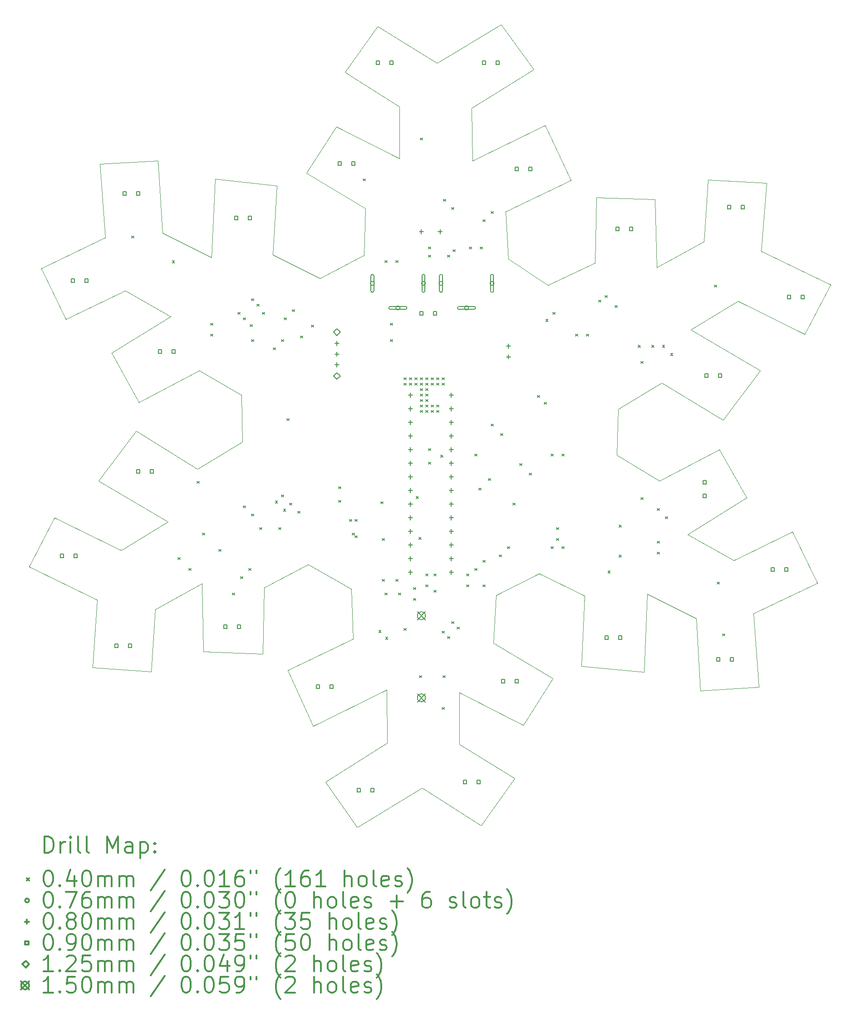
<source format=gbr>
%FSLAX45Y45*%
G04 Gerber Fmt 4.5, Leading zero omitted, Abs format (unit mm)*
G04 Created by KiCad (PCBNEW (5.1.9)-1) date 2021-12-13 22:42:06*
%MOMM*%
%LPD*%
G01*
G04 APERTURE LIST*
%TA.AperFunction,Profile*%
%ADD10C,0.050000*%
%TD*%
%ADD11C,0.200000*%
%ADD12C,0.300000*%
G04 APERTURE END LIST*
D10*
X13360400Y-2374900D02*
X14465300Y-3060700D01*
X12750800Y-3225800D02*
X13360400Y-2374900D01*
X13766800Y-3873500D02*
X12750800Y-3225800D01*
X13766800Y-4838700D02*
X13766800Y-3873500D01*
X12585700Y-4241800D02*
X13766800Y-4838700D01*
X12026900Y-5105400D02*
X12585700Y-4241800D01*
X13131800Y-5765800D02*
X12026900Y-5105400D01*
X13106400Y-6642100D02*
X13131800Y-5765800D01*
X12280900Y-7073900D02*
X13106400Y-6642100D01*
X11404600Y-6629400D02*
X12280900Y-7073900D01*
X11480800Y-5346700D02*
X11404600Y-6629400D01*
X10325100Y-5219700D02*
X11480800Y-5346700D01*
X10261600Y-6680200D02*
X10325100Y-5219700D01*
X9347200Y-6223000D02*
X10261600Y-6680200D01*
X9258300Y-4876800D02*
X9347200Y-6223000D01*
X8178800Y-4940300D02*
X9258300Y-4876800D01*
X8280400Y-6311900D02*
X8178800Y-4940300D01*
X7086600Y-6883400D02*
X8280400Y-6311900D01*
X7543800Y-7835900D02*
X7086600Y-6883400D01*
X8648700Y-7302500D02*
X7543800Y-7835900D01*
X9499600Y-7785100D02*
X8648700Y-7302500D01*
X8394700Y-8458200D02*
X9499600Y-7785100D01*
X8902700Y-9385300D02*
X8394700Y-8458200D01*
X10033000Y-8788400D02*
X8902700Y-9385300D01*
X10820400Y-9245600D02*
X10033000Y-8788400D01*
X10833100Y-10121900D02*
X10820400Y-9245600D01*
X9994900Y-10629900D02*
X10833100Y-10121900D01*
X8851900Y-9918700D02*
X9994900Y-10629900D01*
X8153400Y-10845800D02*
X8851900Y-9918700D01*
X9448800Y-11607800D02*
X8153400Y-10845800D01*
X8572500Y-12141200D02*
X9448800Y-11607800D01*
X7327900Y-11531600D02*
X8572500Y-12141200D01*
X6858000Y-12446000D02*
X7327900Y-11531600D01*
X8128000Y-13068300D02*
X6858000Y-12446000D01*
X8039100Y-14325600D02*
X8128000Y-13068300D01*
X9131300Y-14401800D02*
X8039100Y-14325600D01*
X9207500Y-13246100D02*
X9131300Y-14401800D01*
X10083800Y-12763500D02*
X9207500Y-13246100D01*
X10109200Y-14033500D02*
X10083800Y-12763500D01*
X11214100Y-14071600D02*
X10109200Y-14033500D01*
X11239500Y-12839700D02*
X11214100Y-14071600D01*
X12065000Y-12407900D02*
X11239500Y-12839700D01*
X12865100Y-12865100D02*
X12065000Y-12407900D01*
X12903200Y-13792200D02*
X12865100Y-12865100D01*
X11684000Y-14376400D02*
X12903200Y-13792200D01*
X12153900Y-15417800D02*
X11684000Y-14376400D01*
X13525500Y-14744700D02*
X12153900Y-15417800D01*
X13538200Y-15735300D02*
X13525500Y-14744700D01*
X12382500Y-16459200D02*
X13538200Y-15735300D01*
X12979400Y-17310100D02*
X12382500Y-16459200D01*
X14185900Y-16573500D02*
X12979400Y-17310100D01*
X15290800Y-17272000D02*
X14185900Y-16573500D01*
X15913100Y-16395700D02*
X15290800Y-17272000D01*
X14884400Y-15760700D02*
X15913100Y-16395700D01*
X14884400Y-14795500D02*
X14884400Y-15760700D01*
X16078200Y-15405100D02*
X14884400Y-14795500D01*
X16624300Y-14528800D02*
X16078200Y-15405100D01*
X15519400Y-13868400D02*
X16624300Y-14528800D01*
X15570200Y-12979400D02*
X15519400Y-13868400D01*
X16370300Y-12573000D02*
X15570200Y-12979400D01*
X17221200Y-12992100D02*
X16370300Y-12573000D01*
X17157700Y-14300200D02*
X17221200Y-12992100D01*
X18326100Y-14414500D02*
X17157700Y-14300200D01*
X18389600Y-12954000D02*
X18326100Y-14414500D01*
X19304000Y-13411200D02*
X18389600Y-12954000D01*
X19380200Y-14757400D02*
X19304000Y-13411200D01*
X20472400Y-14693900D02*
X19380200Y-14757400D01*
X20370800Y-13322300D02*
X20472400Y-14693900D01*
X21564600Y-12750800D02*
X20370800Y-13322300D01*
X21094700Y-11798300D02*
X21564600Y-12750800D01*
X20002500Y-12331700D02*
X21094700Y-11798300D01*
X19138900Y-11849100D02*
X20002500Y-12331700D01*
X20243800Y-11163300D02*
X19138900Y-11849100D01*
X19735800Y-10261600D02*
X20243800Y-11163300D01*
X18618200Y-10845800D02*
X19735800Y-10261600D01*
X17818100Y-10363200D02*
X18618200Y-10845800D01*
X17843500Y-9512300D02*
X17818100Y-10363200D01*
X18656300Y-9017000D02*
X17843500Y-9512300D01*
X19799300Y-9715500D02*
X18656300Y-9017000D01*
X20497800Y-8788400D02*
X19799300Y-9715500D01*
X19202400Y-8026400D02*
X20497800Y-8788400D01*
X20078700Y-7493000D02*
X19202400Y-8026400D01*
X21323300Y-8115300D02*
X20078700Y-7493000D01*
X21805900Y-7188200D02*
X21323300Y-8115300D01*
X20510500Y-6565900D02*
X21805900Y-7188200D01*
X20612100Y-5295900D02*
X20510500Y-6565900D01*
X19519900Y-5232400D02*
X20612100Y-5295900D01*
X19443700Y-6388100D02*
X19519900Y-5232400D01*
X18567400Y-6870700D02*
X19443700Y-6388100D01*
X18529300Y-5600700D02*
X18567400Y-6870700D01*
X17437100Y-5562600D02*
X18529300Y-5600700D01*
X17411700Y-6781800D02*
X17437100Y-5562600D01*
X16535400Y-7200900D02*
X17411700Y-6781800D01*
X15798800Y-6705600D02*
X16535400Y-7200900D01*
X15748000Y-5829300D02*
X15798800Y-6705600D01*
X16967200Y-5245100D02*
X15748000Y-5829300D01*
X16484600Y-4216400D02*
X16967200Y-5245100D01*
X15125700Y-4876800D02*
X16484600Y-4216400D01*
X15113000Y-3898900D02*
X15125700Y-4876800D01*
X16268700Y-3175000D02*
X15113000Y-3898900D01*
X15659100Y-2336800D02*
X16268700Y-3175000D01*
X14465300Y-3060700D02*
X15659100Y-2336800D01*
D11*
X8768400Y-6279200D02*
X8808400Y-6319200D01*
X8808400Y-6279200D02*
X8768400Y-6319200D01*
X9526750Y-6740050D02*
X9566750Y-6780050D01*
X9566750Y-6740050D02*
X9526750Y-6780050D01*
X9632000Y-12273600D02*
X9672000Y-12313600D01*
X9672000Y-12273600D02*
X9632000Y-12313600D01*
X9835648Y-12477248D02*
X9875648Y-12517248D01*
X9875648Y-12477248D02*
X9835648Y-12517248D01*
X9987600Y-10851200D02*
X10027600Y-10891200D01*
X10027600Y-10851200D02*
X9987600Y-10891200D01*
X10089200Y-11816400D02*
X10129200Y-11856400D01*
X10129200Y-11816400D02*
X10089200Y-11856400D01*
X10241600Y-7904800D02*
X10281600Y-7944800D01*
X10281600Y-7904800D02*
X10241600Y-7944800D01*
X10241600Y-8108000D02*
X10281600Y-8148000D01*
X10281600Y-8108000D02*
X10241600Y-8148000D01*
X10394000Y-12121200D02*
X10434000Y-12161200D01*
X10434000Y-12121200D02*
X10394000Y-12161200D01*
X10648000Y-12934000D02*
X10688000Y-12974000D01*
X10688000Y-12934000D02*
X10648000Y-12974000D01*
X10749600Y-7701600D02*
X10789600Y-7741600D01*
X10789600Y-7701600D02*
X10749600Y-7741600D01*
X10800848Y-12629648D02*
X10840848Y-12669648D01*
X10840848Y-12629648D02*
X10800848Y-12669648D01*
X10851200Y-7803200D02*
X10891200Y-7843200D01*
X10891200Y-7803200D02*
X10851200Y-7843200D01*
X10851200Y-11308400D02*
X10891200Y-11348400D01*
X10891200Y-11308400D02*
X10851200Y-11348400D01*
X10953697Y-12476800D02*
X10993697Y-12516800D01*
X10993697Y-12476800D02*
X10953697Y-12516800D01*
X10978200Y-7930200D02*
X11018200Y-7970200D01*
X11018200Y-7930200D02*
X10978200Y-7970200D01*
X11003600Y-7447600D02*
X11043600Y-7487600D01*
X11043600Y-7447600D02*
X11003600Y-7487600D01*
X11003600Y-8209600D02*
X11043600Y-8249600D01*
X11043600Y-8209600D02*
X11003600Y-8249600D01*
X11003600Y-11460800D02*
X11043600Y-11500800D01*
X11043600Y-11460800D02*
X11003600Y-11500800D01*
X11105200Y-7549200D02*
X11145200Y-7589200D01*
X11145200Y-7549200D02*
X11105200Y-7589200D01*
X11156000Y-11714800D02*
X11196000Y-11754800D01*
X11196000Y-11714800D02*
X11156000Y-11754800D01*
X11206800Y-7701600D02*
X11246800Y-7741600D01*
X11246800Y-7701600D02*
X11206800Y-7741600D01*
X11410000Y-8362000D02*
X11450000Y-8402000D01*
X11450000Y-8362000D02*
X11410000Y-8402000D01*
X11448700Y-11218900D02*
X11488700Y-11258900D01*
X11488700Y-11218900D02*
X11448700Y-11258900D01*
X11511600Y-11714800D02*
X11551600Y-11754800D01*
X11551600Y-11714800D02*
X11511600Y-11754800D01*
X11562400Y-8209600D02*
X11602400Y-8249600D01*
X11602400Y-8209600D02*
X11562400Y-8249600D01*
X11562400Y-11105200D02*
X11602400Y-11145200D01*
X11602400Y-11105200D02*
X11562400Y-11145200D01*
X11601100Y-11371300D02*
X11641100Y-11411300D01*
X11641100Y-11371300D02*
X11601100Y-11411300D01*
X11613200Y-7803200D02*
X11653200Y-7843200D01*
X11653200Y-7803200D02*
X11613200Y-7843200D01*
X11664000Y-9682800D02*
X11704000Y-9722800D01*
X11704000Y-9682800D02*
X11664000Y-9722800D01*
X11714800Y-11257600D02*
X11754800Y-11297600D01*
X11754800Y-11257600D02*
X11714800Y-11297600D01*
X11765600Y-7650800D02*
X11805600Y-7690800D01*
X11805600Y-7650800D02*
X11765600Y-7690800D01*
X11867200Y-11410000D02*
X11907200Y-11450000D01*
X11907200Y-11410000D02*
X11867200Y-11450000D01*
X11867200Y-11410000D02*
X11907200Y-11450000D01*
X11907200Y-11410000D02*
X11867200Y-11450000D01*
X11918000Y-8141822D02*
X11958000Y-8181822D01*
X11958000Y-8141822D02*
X11918000Y-8181822D01*
X12121200Y-7938622D02*
X12161200Y-7978622D01*
X12161200Y-7938622D02*
X12121200Y-7978622D01*
X12629200Y-10952800D02*
X12669200Y-10992800D01*
X12669200Y-10952800D02*
X12629200Y-10992800D01*
X12629200Y-11206800D02*
X12669200Y-11246800D01*
X12669200Y-11206800D02*
X12629200Y-11246800D01*
X12832400Y-11562400D02*
X12872400Y-11602400D01*
X12872400Y-11562400D02*
X12832400Y-11602400D01*
X12883200Y-11816400D02*
X12923200Y-11856400D01*
X12923200Y-11816400D02*
X12883200Y-11856400D01*
X12934000Y-11562400D02*
X12974000Y-11602400D01*
X12974000Y-11562400D02*
X12934000Y-11602400D01*
X12934000Y-11867200D02*
X12974000Y-11907200D01*
X12974000Y-11867200D02*
X12934000Y-11907200D01*
X13086400Y-5212400D02*
X13126400Y-5252400D01*
X13126400Y-5212400D02*
X13086400Y-5252400D01*
X13378500Y-13632500D02*
X13418500Y-13672500D01*
X13418500Y-13632500D02*
X13378500Y-13672500D01*
X13416600Y-11232200D02*
X13456600Y-11272200D01*
X13456600Y-11232200D02*
X13416600Y-11272200D01*
X13442000Y-11918000D02*
X13482000Y-11958000D01*
X13482000Y-11918000D02*
X13442000Y-11958000D01*
X13442000Y-12680000D02*
X13482000Y-12720000D01*
X13482000Y-12680000D02*
X13442000Y-12720000D01*
X13492800Y-6736400D02*
X13532800Y-6776400D01*
X13532800Y-6736400D02*
X13492800Y-6776400D01*
X13492800Y-12934000D02*
X13532800Y-12974000D01*
X13532800Y-12934000D02*
X13492800Y-12974000D01*
X13505500Y-13759500D02*
X13545500Y-13799500D01*
X13545500Y-13759500D02*
X13505500Y-13799500D01*
X13594400Y-7904800D02*
X13634400Y-7944800D01*
X13634400Y-7904800D02*
X13594400Y-7944800D01*
X13594400Y-8209600D02*
X13634400Y-8249600D01*
X13634400Y-8209600D02*
X13594400Y-8249600D01*
X13696000Y-6736400D02*
X13736000Y-6776400D01*
X13736000Y-6736400D02*
X13696000Y-6776400D01*
X13696000Y-12680000D02*
X13736000Y-12720000D01*
X13736000Y-12680000D02*
X13696000Y-12720000D01*
X13746800Y-12934000D02*
X13786800Y-12974000D01*
X13786800Y-12934000D02*
X13746800Y-12974000D01*
X13848400Y-8920800D02*
X13888400Y-8960800D01*
X13888400Y-8920800D02*
X13848400Y-8960800D01*
X13848400Y-9022400D02*
X13888400Y-9062400D01*
X13888400Y-9022400D02*
X13848400Y-9062400D01*
X13848400Y-13594400D02*
X13888400Y-13634400D01*
X13888400Y-13594400D02*
X13848400Y-13634400D01*
X13950000Y-8920800D02*
X13990000Y-8960800D01*
X13990000Y-8920800D02*
X13950000Y-8960800D01*
X13950000Y-9022400D02*
X13990000Y-9062400D01*
X13990000Y-9022400D02*
X13950000Y-9062400D01*
X14026200Y-12832400D02*
X14066200Y-12872400D01*
X14066200Y-12832400D02*
X14026200Y-12872400D01*
X14026200Y-13035600D02*
X14066200Y-13075600D01*
X14066200Y-13035600D02*
X14026200Y-13075600D01*
X14051600Y-8920800D02*
X14091600Y-8960800D01*
X14091600Y-8920800D02*
X14051600Y-8960800D01*
X14051600Y-9022400D02*
X14091600Y-9062400D01*
X14091600Y-9022400D02*
X14051600Y-9062400D01*
X14079000Y-11132600D02*
X14119000Y-11172600D01*
X14119000Y-11132600D02*
X14079000Y-11172600D01*
X14129800Y-11894600D02*
X14169800Y-11934600D01*
X14169800Y-11894600D02*
X14129800Y-11934600D01*
X14135299Y-14475900D02*
X14175299Y-14515900D01*
X14175299Y-14475900D02*
X14135299Y-14515900D01*
X14153200Y-4450400D02*
X14193200Y-4490400D01*
X14193200Y-4450400D02*
X14153200Y-4490400D01*
X14153200Y-8920800D02*
X14193200Y-8960800D01*
X14193200Y-8920800D02*
X14153200Y-8960800D01*
X14153200Y-9022400D02*
X14193200Y-9062400D01*
X14193200Y-9022400D02*
X14153200Y-9062400D01*
X14153200Y-9124000D02*
X14193200Y-9164000D01*
X14193200Y-9124000D02*
X14153200Y-9164000D01*
X14153200Y-9225600D02*
X14193200Y-9265600D01*
X14193200Y-9225600D02*
X14153200Y-9265600D01*
X14153200Y-9327200D02*
X14193200Y-9367200D01*
X14193200Y-9327200D02*
X14153200Y-9367200D01*
X14153200Y-9428800D02*
X14193200Y-9468800D01*
X14193200Y-9428800D02*
X14153200Y-9468800D01*
X14153200Y-9530400D02*
X14193200Y-9570400D01*
X14193200Y-9530400D02*
X14153200Y-9570400D01*
X14254800Y-8920800D02*
X14294800Y-8960800D01*
X14294800Y-8920800D02*
X14254800Y-8960800D01*
X14254800Y-9022400D02*
X14294800Y-9062400D01*
X14294800Y-9022400D02*
X14254800Y-9062400D01*
X14254800Y-9124000D02*
X14294800Y-9164000D01*
X14294800Y-9124000D02*
X14254800Y-9164000D01*
X14254800Y-9225600D02*
X14294800Y-9265600D01*
X14294800Y-9225600D02*
X14254800Y-9265600D01*
X14254800Y-9327200D02*
X14294800Y-9367200D01*
X14294800Y-9327200D02*
X14254800Y-9367200D01*
X14254800Y-9428800D02*
X14294800Y-9468800D01*
X14294800Y-9428800D02*
X14254800Y-9468800D01*
X14254800Y-9530400D02*
X14294800Y-9570400D01*
X14294800Y-9530400D02*
X14254800Y-9570400D01*
X14254800Y-12578400D02*
X14294800Y-12618400D01*
X14294800Y-12578400D02*
X14254800Y-12618400D01*
X14254800Y-12781600D02*
X14294800Y-12821600D01*
X14294800Y-12781600D02*
X14254800Y-12821600D01*
X14305600Y-6482400D02*
X14345600Y-6522400D01*
X14345600Y-6482400D02*
X14305600Y-6522400D01*
X14305600Y-6634800D02*
X14345600Y-6674800D01*
X14345600Y-6634800D02*
X14305600Y-6674800D01*
X14305600Y-10241600D02*
X14345600Y-10281600D01*
X14345600Y-10241600D02*
X14305600Y-10281600D01*
X14305600Y-10495600D02*
X14345600Y-10535600D01*
X14345600Y-10495600D02*
X14305600Y-10535600D01*
X14356400Y-8920800D02*
X14396400Y-8960800D01*
X14396400Y-8920800D02*
X14356400Y-8960800D01*
X14356400Y-9022400D02*
X14396400Y-9062400D01*
X14396400Y-9022400D02*
X14356400Y-9062400D01*
X14356400Y-9428800D02*
X14396400Y-9468800D01*
X14396400Y-9428800D02*
X14356400Y-9468800D01*
X14356400Y-9530400D02*
X14396400Y-9570400D01*
X14396400Y-9530400D02*
X14356400Y-9570400D01*
X14407200Y-12578400D02*
X14447200Y-12618400D01*
X14447200Y-12578400D02*
X14407200Y-12618400D01*
X14407200Y-12883200D02*
X14447200Y-12923200D01*
X14447200Y-12883200D02*
X14407200Y-12923200D01*
X14458000Y-8920800D02*
X14498000Y-8960800D01*
X14498000Y-8920800D02*
X14458000Y-8960800D01*
X14458000Y-9022400D02*
X14498000Y-9062400D01*
X14498000Y-9022400D02*
X14458000Y-9062400D01*
X14458000Y-9428800D02*
X14498000Y-9468800D01*
X14498000Y-9428800D02*
X14458000Y-9468800D01*
X14458000Y-9530400D02*
X14498000Y-9570400D01*
X14498000Y-9530400D02*
X14458000Y-9570400D01*
X14536200Y-10366600D02*
X14576200Y-10406600D01*
X14576200Y-10366600D02*
X14536200Y-10406600D01*
X14559600Y-8920800D02*
X14599600Y-8960800D01*
X14599600Y-8920800D02*
X14559600Y-8960800D01*
X14559600Y-9022400D02*
X14599600Y-9062400D01*
X14599600Y-9022400D02*
X14559600Y-9062400D01*
X14559600Y-13645200D02*
X14599600Y-13685200D01*
X14599600Y-13645200D02*
X14559600Y-13685200D01*
X14559600Y-15067600D02*
X14599600Y-15107600D01*
X14599600Y-15067600D02*
X14559600Y-15107600D01*
X14577500Y-14475900D02*
X14617500Y-14515900D01*
X14617500Y-14475900D02*
X14577500Y-14515900D01*
X14585000Y-5593400D02*
X14625000Y-5633400D01*
X14625000Y-5593400D02*
X14585000Y-5633400D01*
X14661200Y-6634800D02*
X14701200Y-6674800D01*
X14701200Y-6634800D02*
X14661200Y-6674800D01*
X14661200Y-13746800D02*
X14701200Y-13786800D01*
X14701200Y-13746800D02*
X14661200Y-13786800D01*
X14737400Y-5745800D02*
X14777400Y-5785800D01*
X14777400Y-5745800D02*
X14737400Y-5785800D01*
X14737400Y-13467400D02*
X14777400Y-13507400D01*
X14777400Y-13467400D02*
X14737400Y-13507400D01*
X14762800Y-6533200D02*
X14802800Y-6573200D01*
X14802800Y-6533200D02*
X14762800Y-6573200D01*
X14839000Y-13569000D02*
X14879000Y-13609000D01*
X14879000Y-13569000D02*
X14839000Y-13609000D01*
X15016800Y-12578400D02*
X15056800Y-12618400D01*
X15056800Y-12578400D02*
X15016800Y-12618400D01*
X15016800Y-12781600D02*
X15056800Y-12821600D01*
X15056800Y-12781600D02*
X15016800Y-12821600D01*
X15067600Y-6482400D02*
X15107600Y-6522400D01*
X15107600Y-6482400D02*
X15067600Y-6522400D01*
X15169200Y-10343200D02*
X15209200Y-10383200D01*
X15209200Y-10343200D02*
X15169200Y-10383200D01*
X15169200Y-12476800D02*
X15209200Y-12516800D01*
X15209200Y-12476800D02*
X15169200Y-12516800D01*
X15245400Y-10978200D02*
X15285400Y-11018200D01*
X15285400Y-10978200D02*
X15245400Y-11018200D01*
X15272503Y-6482400D02*
X15312503Y-6522400D01*
X15312503Y-6482400D02*
X15272503Y-6522400D01*
X15321600Y-5974400D02*
X15361600Y-6014400D01*
X15361600Y-5974400D02*
X15321600Y-6014400D01*
X15321600Y-12324400D02*
X15361600Y-12364400D01*
X15361600Y-12324400D02*
X15321600Y-12364400D01*
X15321600Y-12781600D02*
X15361600Y-12821600D01*
X15361600Y-12781600D02*
X15321600Y-12821600D01*
X15423200Y-10800400D02*
X15463200Y-10840400D01*
X15463200Y-10800400D02*
X15423200Y-10840400D01*
X15474000Y-5822000D02*
X15514000Y-5862000D01*
X15514000Y-5822000D02*
X15474000Y-5862000D01*
X15474000Y-9784400D02*
X15514000Y-9824400D01*
X15514000Y-9784400D02*
X15474000Y-9824400D01*
X15626400Y-12222800D02*
X15666400Y-12262800D01*
X15666400Y-12222800D02*
X15626400Y-12262800D01*
X15651800Y-9962200D02*
X15691800Y-10002200D01*
X15691800Y-9962200D02*
X15651800Y-10002200D01*
X15778800Y-12070400D02*
X15818800Y-12110400D01*
X15818800Y-12070400D02*
X15778800Y-12110400D01*
X15880400Y-11257600D02*
X15920400Y-11297600D01*
X15920400Y-11257600D02*
X15880400Y-11297600D01*
X16007400Y-10521000D02*
X16047400Y-10561000D01*
X16047400Y-10521000D02*
X16007400Y-10561000D01*
X16185200Y-10698800D02*
X16225200Y-10738800D01*
X16225200Y-10698800D02*
X16185200Y-10738800D01*
X16337600Y-9251000D02*
X16377600Y-9291000D01*
X16377600Y-9251000D02*
X16337600Y-9291000D01*
X16464600Y-9378000D02*
X16504600Y-9418000D01*
X16504600Y-9378000D02*
X16464600Y-9418000D01*
X16493766Y-7832366D02*
X16533766Y-7872366D01*
X16533766Y-7832366D02*
X16493766Y-7872366D01*
X16591600Y-10343200D02*
X16631600Y-10383200D01*
X16631600Y-10343200D02*
X16591600Y-10383200D01*
X16591600Y-12070400D02*
X16631600Y-12110400D01*
X16631600Y-12070400D02*
X16591600Y-12110400D01*
X16624531Y-7701600D02*
X16664531Y-7741600D01*
X16664531Y-7701600D02*
X16624531Y-7741600D01*
X16693200Y-11714800D02*
X16733200Y-11754800D01*
X16733200Y-11714800D02*
X16693200Y-11754800D01*
X16693200Y-11918000D02*
X16733200Y-11958000D01*
X16733200Y-11918000D02*
X16693200Y-11958000D01*
X16794800Y-10343200D02*
X16834800Y-10383200D01*
X16834800Y-10343200D02*
X16794800Y-10383200D01*
X16794800Y-12070400D02*
X16834800Y-12110400D01*
X16834800Y-12070400D02*
X16794800Y-12110400D01*
X17048800Y-8108000D02*
X17088800Y-8148000D01*
X17088800Y-8108000D02*
X17048800Y-8148000D01*
X17252000Y-8108000D02*
X17292000Y-8148000D01*
X17292000Y-8108000D02*
X17252000Y-8148000D01*
X17480600Y-7473000D02*
X17520600Y-7513000D01*
X17520600Y-7473000D02*
X17480600Y-7513000D01*
X17598800Y-7388000D02*
X17638800Y-7428000D01*
X17638800Y-7388000D02*
X17598800Y-7428000D01*
X17654750Y-12523950D02*
X17694750Y-12563950D01*
X17694750Y-12523950D02*
X17654750Y-12563950D01*
X17785400Y-7574600D02*
X17825400Y-7614600D01*
X17825400Y-7574600D02*
X17785400Y-7614600D01*
X17864200Y-11666600D02*
X17904200Y-11706600D01*
X17904200Y-11666600D02*
X17864200Y-11706600D01*
X17864200Y-12225400D02*
X17904200Y-12265400D01*
X17904200Y-12225400D02*
X17864200Y-12265400D01*
X18219800Y-8313800D02*
X18259800Y-8353800D01*
X18259800Y-8313800D02*
X18219800Y-8353800D01*
X18268000Y-8616000D02*
X18308000Y-8656000D01*
X18308000Y-8616000D02*
X18268000Y-8656000D01*
X18268000Y-11156000D02*
X18308000Y-11196000D01*
X18308000Y-11156000D02*
X18268000Y-11196000D01*
X18473800Y-8313800D02*
X18513800Y-8353800D01*
X18513800Y-8313800D02*
X18473800Y-8353800D01*
X18572800Y-11359200D02*
X18612800Y-11399200D01*
X18612800Y-11359200D02*
X18572800Y-11399200D01*
X18572800Y-11968800D02*
X18612800Y-12008800D01*
X18612800Y-11968800D02*
X18572800Y-12008800D01*
X18572800Y-12172000D02*
X18612800Y-12212000D01*
X18612800Y-12172000D02*
X18572800Y-12212000D01*
X18671800Y-8313800D02*
X18711800Y-8353800D01*
X18711800Y-8313800D02*
X18671800Y-8353800D01*
X18725200Y-11511600D02*
X18765200Y-11551600D01*
X18765200Y-11511600D02*
X18725200Y-11551600D01*
X18824200Y-8466200D02*
X18864200Y-8506200D01*
X18864200Y-8466200D02*
X18824200Y-8506200D01*
X19639600Y-7193600D02*
X19679600Y-7233600D01*
X19679600Y-7193600D02*
X19639600Y-7233600D01*
X19690400Y-12730800D02*
X19730400Y-12770800D01*
X19730400Y-12730800D02*
X19690400Y-12770800D01*
X19792000Y-13696000D02*
X19832000Y-13736000D01*
X19832000Y-13696000D02*
X19792000Y-13736000D01*
X13296800Y-7162800D02*
G75*
G03*
X13296800Y-7162800I-38000J0D01*
G01*
X13230800Y-7023300D02*
X13230800Y-7302300D01*
X13286800Y-7023300D02*
X13286800Y-7302300D01*
X13230800Y-7302300D02*
G75*
G03*
X13286800Y-7302300I28000J0D01*
G01*
X13286800Y-7023300D02*
G75*
G03*
X13230800Y-7023300I-28000J0D01*
G01*
X13773300Y-7620300D02*
G75*
G03*
X13773300Y-7620300I-38000J0D01*
G01*
X13874800Y-7592300D02*
X13595800Y-7592300D01*
X13874800Y-7648300D02*
X13595800Y-7648300D01*
X13595800Y-7592300D02*
G75*
G03*
X13595800Y-7648300I0J-28000D01*
G01*
X13874800Y-7648300D02*
G75*
G03*
X13874800Y-7592300I0J28000D01*
G01*
X14249800Y-7162800D02*
G75*
G03*
X14249800Y-7162800I-38000J0D01*
G01*
X14183800Y-7023300D02*
X14183800Y-7302300D01*
X14239800Y-7023300D02*
X14239800Y-7302300D01*
X14183800Y-7302300D02*
G75*
G03*
X14239800Y-7302300I28000J0D01*
G01*
X14239800Y-7023300D02*
G75*
G03*
X14183800Y-7023300I-28000J0D01*
G01*
X14576800Y-7162800D02*
G75*
G03*
X14576800Y-7162800I-38000J0D01*
G01*
X14510800Y-7023300D02*
X14510800Y-7302300D01*
X14566800Y-7023300D02*
X14566800Y-7302300D01*
X14510800Y-7302300D02*
G75*
G03*
X14566800Y-7302300I28000J0D01*
G01*
X14566800Y-7023300D02*
G75*
G03*
X14510800Y-7023300I-28000J0D01*
G01*
X15053300Y-7620300D02*
G75*
G03*
X15053300Y-7620300I-38000J0D01*
G01*
X15154800Y-7592300D02*
X14875800Y-7592300D01*
X15154800Y-7648300D02*
X14875800Y-7648300D01*
X14875800Y-7592300D02*
G75*
G03*
X14875800Y-7648300I0J-28000D01*
G01*
X15154800Y-7648300D02*
G75*
G03*
X15154800Y-7592300I0J28000D01*
G01*
X15529800Y-7162800D02*
G75*
G03*
X15529800Y-7162800I-38000J0D01*
G01*
X15463800Y-7023300D02*
X15463800Y-7302300D01*
X15519800Y-7023300D02*
X15519800Y-7302300D01*
X15463800Y-7302300D02*
G75*
G03*
X15519800Y-7302300I28000J0D01*
G01*
X15519800Y-7023300D02*
G75*
G03*
X15463800Y-7023300I-28000J0D01*
G01*
X12598400Y-8240400D02*
X12598400Y-8320400D01*
X12558400Y-8280400D02*
X12638400Y-8280400D01*
X12598400Y-8440400D02*
X12598400Y-8520400D01*
X12558400Y-8480400D02*
X12638400Y-8480400D01*
X12598400Y-8640400D02*
X12598400Y-8720400D01*
X12558400Y-8680400D02*
X12638400Y-8680400D01*
X13970000Y-9205600D02*
X13970000Y-9285600D01*
X13930000Y-9245600D02*
X14010000Y-9245600D01*
X13970000Y-9459600D02*
X13970000Y-9539600D01*
X13930000Y-9499600D02*
X14010000Y-9499600D01*
X13970000Y-9713600D02*
X13970000Y-9793600D01*
X13930000Y-9753600D02*
X14010000Y-9753600D01*
X13970000Y-9967600D02*
X13970000Y-10047600D01*
X13930000Y-10007600D02*
X14010000Y-10007600D01*
X13970000Y-10221600D02*
X13970000Y-10301600D01*
X13930000Y-10261600D02*
X14010000Y-10261600D01*
X13970000Y-10475600D02*
X13970000Y-10555600D01*
X13930000Y-10515600D02*
X14010000Y-10515600D01*
X13970000Y-10729600D02*
X13970000Y-10809600D01*
X13930000Y-10769600D02*
X14010000Y-10769600D01*
X13970000Y-10983600D02*
X13970000Y-11063600D01*
X13930000Y-11023600D02*
X14010000Y-11023600D01*
X13970000Y-11237600D02*
X13970000Y-11317600D01*
X13930000Y-11277600D02*
X14010000Y-11277600D01*
X13970000Y-11491600D02*
X13970000Y-11571600D01*
X13930000Y-11531600D02*
X14010000Y-11531600D01*
X13970000Y-11745600D02*
X13970000Y-11825600D01*
X13930000Y-11785600D02*
X14010000Y-11785600D01*
X13970000Y-11999600D02*
X13970000Y-12079600D01*
X13930000Y-12039600D02*
X14010000Y-12039600D01*
X13970000Y-12253600D02*
X13970000Y-12333600D01*
X13930000Y-12293600D02*
X14010000Y-12293600D01*
X13970000Y-12507600D02*
X13970000Y-12587600D01*
X13930000Y-12547600D02*
X14010000Y-12547600D01*
X14173200Y-6157600D02*
X14173200Y-6237600D01*
X14133200Y-6197600D02*
X14213200Y-6197600D01*
X14523200Y-6157600D02*
X14523200Y-6237600D01*
X14483200Y-6197600D02*
X14563200Y-6197600D01*
X14732000Y-9205600D02*
X14732000Y-9285600D01*
X14692000Y-9245600D02*
X14772000Y-9245600D01*
X14732000Y-9459600D02*
X14732000Y-9539600D01*
X14692000Y-9499600D02*
X14772000Y-9499600D01*
X14732000Y-9713600D02*
X14732000Y-9793600D01*
X14692000Y-9753600D02*
X14772000Y-9753600D01*
X14732000Y-9967600D02*
X14732000Y-10047600D01*
X14692000Y-10007600D02*
X14772000Y-10007600D01*
X14732000Y-10221600D02*
X14732000Y-10301600D01*
X14692000Y-10261600D02*
X14772000Y-10261600D01*
X14732000Y-10475600D02*
X14732000Y-10555600D01*
X14692000Y-10515600D02*
X14772000Y-10515600D01*
X14732000Y-10729600D02*
X14732000Y-10809600D01*
X14692000Y-10769600D02*
X14772000Y-10769600D01*
X14732000Y-10983600D02*
X14732000Y-11063600D01*
X14692000Y-11023600D02*
X14772000Y-11023600D01*
X14732000Y-11237600D02*
X14732000Y-11317600D01*
X14692000Y-11277600D02*
X14772000Y-11277600D01*
X14732000Y-11491600D02*
X14732000Y-11571600D01*
X14692000Y-11531600D02*
X14772000Y-11531600D01*
X14732000Y-11745600D02*
X14732000Y-11825600D01*
X14692000Y-11785600D02*
X14772000Y-11785600D01*
X14732000Y-11999600D02*
X14732000Y-12079600D01*
X14692000Y-12039600D02*
X14772000Y-12039600D01*
X14732000Y-12253600D02*
X14732000Y-12333600D01*
X14692000Y-12293600D02*
X14772000Y-12293600D01*
X14732000Y-12507600D02*
X14732000Y-12587600D01*
X14692000Y-12547600D02*
X14772000Y-12547600D01*
X15798800Y-8291200D02*
X15798800Y-8371200D01*
X15758800Y-8331200D02*
X15838800Y-8331200D01*
X15798800Y-8491200D02*
X15798800Y-8571200D01*
X15758800Y-8531200D02*
X15838800Y-8531200D01*
X7499420Y-12274620D02*
X7499420Y-12210980D01*
X7435780Y-12210980D01*
X7435780Y-12274620D01*
X7499420Y-12274620D01*
X7702620Y-7143820D02*
X7702620Y-7080180D01*
X7638980Y-7080180D01*
X7638980Y-7143820D01*
X7702620Y-7143820D01*
X7753420Y-12274620D02*
X7753420Y-12210980D01*
X7689780Y-12210980D01*
X7689780Y-12274620D01*
X7753420Y-12274620D01*
X7956620Y-7143820D02*
X7956620Y-7080180D01*
X7892980Y-7080180D01*
X7892980Y-7143820D01*
X7956620Y-7143820D01*
X8515420Y-13951020D02*
X8515420Y-13887380D01*
X8451780Y-13887380D01*
X8451780Y-13951020D01*
X8515420Y-13951020D01*
X8667820Y-5518220D02*
X8667820Y-5454580D01*
X8604180Y-5454580D01*
X8604180Y-5518220D01*
X8667820Y-5518220D01*
X8769420Y-13951020D02*
X8769420Y-13887380D01*
X8705780Y-13887380D01*
X8705780Y-13951020D01*
X8769420Y-13951020D01*
X8921820Y-5518220D02*
X8921820Y-5454580D01*
X8858180Y-5454580D01*
X8858180Y-5518220D01*
X8921820Y-5518220D01*
X8921820Y-10699820D02*
X8921820Y-10636180D01*
X8858180Y-10636180D01*
X8858180Y-10699820D01*
X8921820Y-10699820D01*
X9175820Y-10699820D02*
X9175820Y-10636180D01*
X9112180Y-10636180D01*
X9112180Y-10699820D01*
X9175820Y-10699820D01*
X9328220Y-8464620D02*
X9328220Y-8400980D01*
X9264580Y-8400980D01*
X9264580Y-8464620D01*
X9328220Y-8464620D01*
X9582220Y-8464620D02*
X9582220Y-8400980D01*
X9518580Y-8400980D01*
X9518580Y-8464620D01*
X9582220Y-8464620D01*
X10547420Y-13595420D02*
X10547420Y-13531780D01*
X10483780Y-13531780D01*
X10483780Y-13595420D01*
X10547420Y-13595420D01*
X10750620Y-5975420D02*
X10750620Y-5911780D01*
X10686980Y-5911780D01*
X10686980Y-5975420D01*
X10750620Y-5975420D01*
X10801420Y-13595420D02*
X10801420Y-13531780D01*
X10737780Y-13531780D01*
X10737780Y-13595420D01*
X10801420Y-13595420D01*
X11004620Y-5975420D02*
X11004620Y-5911780D01*
X10940980Y-5911780D01*
X10940980Y-5975420D01*
X11004620Y-5975420D01*
X12274620Y-14713020D02*
X12274620Y-14649380D01*
X12210980Y-14649380D01*
X12210980Y-14713020D01*
X12274620Y-14713020D01*
X12528620Y-14713020D02*
X12528620Y-14649380D01*
X12464980Y-14649380D01*
X12464980Y-14713020D01*
X12528620Y-14713020D01*
X12681020Y-4959420D02*
X12681020Y-4895780D01*
X12617380Y-4895780D01*
X12617380Y-4959420D01*
X12681020Y-4959420D01*
X12935020Y-4959420D02*
X12935020Y-4895780D01*
X12871380Y-4895780D01*
X12871380Y-4959420D01*
X12935020Y-4959420D01*
X13036620Y-16643420D02*
X13036620Y-16579780D01*
X12972980Y-16579780D01*
X12972980Y-16643420D01*
X13036620Y-16643420D01*
X13290620Y-16643420D02*
X13290620Y-16579780D01*
X13226980Y-16579780D01*
X13226980Y-16643420D01*
X13290620Y-16643420D01*
X13392220Y-3079820D02*
X13392220Y-3016180D01*
X13328580Y-3016180D01*
X13328580Y-3079820D01*
X13392220Y-3079820D01*
X13646220Y-3079820D02*
X13646220Y-3016180D01*
X13582580Y-3016180D01*
X13582580Y-3079820D01*
X13646220Y-3079820D01*
X14205020Y-7753420D02*
X14205020Y-7689780D01*
X14141380Y-7689780D01*
X14141380Y-7753420D01*
X14205020Y-7753420D01*
X14459020Y-7753420D02*
X14459020Y-7689780D01*
X14395380Y-7689780D01*
X14395380Y-7753420D01*
X14459020Y-7753420D01*
X15017820Y-16491020D02*
X15017820Y-16427380D01*
X14954180Y-16427380D01*
X14954180Y-16491020D01*
X15017820Y-16491020D01*
X15271820Y-16491020D02*
X15271820Y-16427380D01*
X15208180Y-16427380D01*
X15208180Y-16491020D01*
X15271820Y-16491020D01*
X15373420Y-3079820D02*
X15373420Y-3016180D01*
X15309780Y-3016180D01*
X15309780Y-3079820D01*
X15373420Y-3079820D01*
X15627420Y-3079820D02*
X15627420Y-3016180D01*
X15563780Y-3016180D01*
X15563780Y-3079820D01*
X15627420Y-3079820D01*
X15729020Y-14611420D02*
X15729020Y-14547780D01*
X15665380Y-14547780D01*
X15665380Y-14611420D01*
X15729020Y-14611420D01*
X15983020Y-5061020D02*
X15983020Y-4997380D01*
X15919380Y-4997380D01*
X15919380Y-5061020D01*
X15983020Y-5061020D01*
X15983020Y-14611420D02*
X15983020Y-14547780D01*
X15919380Y-14547780D01*
X15919380Y-14611420D01*
X15983020Y-14611420D01*
X16237020Y-5061020D02*
X16237020Y-4997380D01*
X16173380Y-4997380D01*
X16173380Y-5061020D01*
X16237020Y-5061020D01*
X17659420Y-13798620D02*
X17659420Y-13734980D01*
X17595780Y-13734980D01*
X17595780Y-13798620D01*
X17659420Y-13798620D01*
X17862620Y-6178620D02*
X17862620Y-6114980D01*
X17798980Y-6114980D01*
X17798980Y-6178620D01*
X17862620Y-6178620D01*
X17913420Y-13798620D02*
X17913420Y-13734980D01*
X17849780Y-13734980D01*
X17849780Y-13798620D01*
X17913420Y-13798620D01*
X18116620Y-6178620D02*
X18116620Y-6114980D01*
X18052980Y-6114980D01*
X18052980Y-6178620D01*
X18116620Y-6178620D01*
X19488220Y-10903020D02*
X19488220Y-10839380D01*
X19424580Y-10839380D01*
X19424580Y-10903020D01*
X19488220Y-10903020D01*
X19488220Y-11157020D02*
X19488220Y-11093380D01*
X19424580Y-11093380D01*
X19424580Y-11157020D01*
X19488220Y-11157020D01*
X19523780Y-8914200D02*
X19523780Y-8850560D01*
X19460140Y-8850560D01*
X19460140Y-8914200D01*
X19523780Y-8914200D01*
X19742220Y-14205020D02*
X19742220Y-14141380D01*
X19678580Y-14141380D01*
X19678580Y-14205020D01*
X19742220Y-14205020D01*
X19777780Y-8914200D02*
X19777780Y-8850560D01*
X19714140Y-8850560D01*
X19714140Y-8914200D01*
X19777780Y-8914200D01*
X19945420Y-5772220D02*
X19945420Y-5708580D01*
X19881780Y-5708580D01*
X19881780Y-5772220D01*
X19945420Y-5772220D01*
X19996220Y-14205020D02*
X19996220Y-14141380D01*
X19932580Y-14141380D01*
X19932580Y-14205020D01*
X19996220Y-14205020D01*
X20199420Y-5772220D02*
X20199420Y-5708580D01*
X20135780Y-5708580D01*
X20135780Y-5772220D01*
X20199420Y-5772220D01*
X20758220Y-12528620D02*
X20758220Y-12464980D01*
X20694580Y-12464980D01*
X20694580Y-12528620D01*
X20758220Y-12528620D01*
X21012220Y-12528620D02*
X21012220Y-12464980D01*
X20948580Y-12464980D01*
X20948580Y-12528620D01*
X21012220Y-12528620D01*
X21063020Y-7448620D02*
X21063020Y-7384980D01*
X20999380Y-7384980D01*
X20999380Y-7448620D01*
X21063020Y-7448620D01*
X21317020Y-7448620D02*
X21317020Y-7384980D01*
X21253380Y-7384980D01*
X21253380Y-7448620D01*
X21317020Y-7448620D01*
X12598400Y-8132900D02*
X12660900Y-8070400D01*
X12598400Y-8007900D01*
X12535900Y-8070400D01*
X12598400Y-8132900D01*
X12598400Y-8952900D02*
X12660900Y-8890400D01*
X12598400Y-8827900D01*
X12535900Y-8890400D01*
X12598400Y-8952900D01*
X14098200Y-13285400D02*
X14248200Y-13435400D01*
X14248200Y-13285400D02*
X14098200Y-13435400D01*
X14248200Y-13360400D02*
G75*
G03*
X14248200Y-13360400I-75000J0D01*
G01*
X14098200Y-14815400D02*
X14248200Y-14965400D01*
X14248200Y-14815400D02*
X14098200Y-14965400D01*
X14248200Y-14890400D02*
G75*
G03*
X14248200Y-14890400I-75000J0D01*
G01*
D12*
X7141928Y-17778314D02*
X7141928Y-17478314D01*
X7213357Y-17478314D01*
X7256214Y-17492600D01*
X7284786Y-17521172D01*
X7299071Y-17549743D01*
X7313357Y-17606886D01*
X7313357Y-17649743D01*
X7299071Y-17706886D01*
X7284786Y-17735457D01*
X7256214Y-17764029D01*
X7213357Y-17778314D01*
X7141928Y-17778314D01*
X7441928Y-17778314D02*
X7441928Y-17578314D01*
X7441928Y-17635457D02*
X7456214Y-17606886D01*
X7470500Y-17592600D01*
X7499071Y-17578314D01*
X7527643Y-17578314D01*
X7627643Y-17778314D02*
X7627643Y-17578314D01*
X7627643Y-17478314D02*
X7613357Y-17492600D01*
X7627643Y-17506886D01*
X7641928Y-17492600D01*
X7627643Y-17478314D01*
X7627643Y-17506886D01*
X7813357Y-17778314D02*
X7784786Y-17764029D01*
X7770500Y-17735457D01*
X7770500Y-17478314D01*
X7970500Y-17778314D02*
X7941928Y-17764029D01*
X7927643Y-17735457D01*
X7927643Y-17478314D01*
X8313357Y-17778314D02*
X8313357Y-17478314D01*
X8413357Y-17692600D01*
X8513357Y-17478314D01*
X8513357Y-17778314D01*
X8784786Y-17778314D02*
X8784786Y-17621172D01*
X8770500Y-17592600D01*
X8741928Y-17578314D01*
X8684786Y-17578314D01*
X8656214Y-17592600D01*
X8784786Y-17764029D02*
X8756214Y-17778314D01*
X8684786Y-17778314D01*
X8656214Y-17764029D01*
X8641928Y-17735457D01*
X8641928Y-17706886D01*
X8656214Y-17678314D01*
X8684786Y-17664029D01*
X8756214Y-17664029D01*
X8784786Y-17649743D01*
X8927643Y-17578314D02*
X8927643Y-17878314D01*
X8927643Y-17592600D02*
X8956214Y-17578314D01*
X9013357Y-17578314D01*
X9041928Y-17592600D01*
X9056214Y-17606886D01*
X9070500Y-17635457D01*
X9070500Y-17721172D01*
X9056214Y-17749743D01*
X9041928Y-17764029D01*
X9013357Y-17778314D01*
X8956214Y-17778314D01*
X8927643Y-17764029D01*
X9199071Y-17749743D02*
X9213357Y-17764029D01*
X9199071Y-17778314D01*
X9184786Y-17764029D01*
X9199071Y-17749743D01*
X9199071Y-17778314D01*
X9199071Y-17592600D02*
X9213357Y-17606886D01*
X9199071Y-17621172D01*
X9184786Y-17606886D01*
X9199071Y-17592600D01*
X9199071Y-17621172D01*
X6815500Y-18252600D02*
X6855500Y-18292600D01*
X6855500Y-18252600D02*
X6815500Y-18292600D01*
X7199071Y-18108314D02*
X7227643Y-18108314D01*
X7256214Y-18122600D01*
X7270500Y-18136886D01*
X7284786Y-18165457D01*
X7299071Y-18222600D01*
X7299071Y-18294029D01*
X7284786Y-18351172D01*
X7270500Y-18379743D01*
X7256214Y-18394029D01*
X7227643Y-18408314D01*
X7199071Y-18408314D01*
X7170500Y-18394029D01*
X7156214Y-18379743D01*
X7141928Y-18351172D01*
X7127643Y-18294029D01*
X7127643Y-18222600D01*
X7141928Y-18165457D01*
X7156214Y-18136886D01*
X7170500Y-18122600D01*
X7199071Y-18108314D01*
X7427643Y-18379743D02*
X7441928Y-18394029D01*
X7427643Y-18408314D01*
X7413357Y-18394029D01*
X7427643Y-18379743D01*
X7427643Y-18408314D01*
X7699071Y-18208314D02*
X7699071Y-18408314D01*
X7627643Y-18094029D02*
X7556214Y-18308314D01*
X7741928Y-18308314D01*
X7913357Y-18108314D02*
X7941928Y-18108314D01*
X7970500Y-18122600D01*
X7984786Y-18136886D01*
X7999071Y-18165457D01*
X8013357Y-18222600D01*
X8013357Y-18294029D01*
X7999071Y-18351172D01*
X7984786Y-18379743D01*
X7970500Y-18394029D01*
X7941928Y-18408314D01*
X7913357Y-18408314D01*
X7884786Y-18394029D01*
X7870500Y-18379743D01*
X7856214Y-18351172D01*
X7841928Y-18294029D01*
X7841928Y-18222600D01*
X7856214Y-18165457D01*
X7870500Y-18136886D01*
X7884786Y-18122600D01*
X7913357Y-18108314D01*
X8141928Y-18408314D02*
X8141928Y-18208314D01*
X8141928Y-18236886D02*
X8156214Y-18222600D01*
X8184786Y-18208314D01*
X8227643Y-18208314D01*
X8256214Y-18222600D01*
X8270500Y-18251172D01*
X8270500Y-18408314D01*
X8270500Y-18251172D02*
X8284786Y-18222600D01*
X8313357Y-18208314D01*
X8356214Y-18208314D01*
X8384786Y-18222600D01*
X8399071Y-18251172D01*
X8399071Y-18408314D01*
X8541928Y-18408314D02*
X8541928Y-18208314D01*
X8541928Y-18236886D02*
X8556214Y-18222600D01*
X8584786Y-18208314D01*
X8627643Y-18208314D01*
X8656214Y-18222600D01*
X8670500Y-18251172D01*
X8670500Y-18408314D01*
X8670500Y-18251172D02*
X8684786Y-18222600D01*
X8713357Y-18208314D01*
X8756214Y-18208314D01*
X8784786Y-18222600D01*
X8799071Y-18251172D01*
X8799071Y-18408314D01*
X9384786Y-18094029D02*
X9127643Y-18479743D01*
X9770500Y-18108314D02*
X9799071Y-18108314D01*
X9827643Y-18122600D01*
X9841928Y-18136886D01*
X9856214Y-18165457D01*
X9870500Y-18222600D01*
X9870500Y-18294029D01*
X9856214Y-18351172D01*
X9841928Y-18379743D01*
X9827643Y-18394029D01*
X9799071Y-18408314D01*
X9770500Y-18408314D01*
X9741928Y-18394029D01*
X9727643Y-18379743D01*
X9713357Y-18351172D01*
X9699071Y-18294029D01*
X9699071Y-18222600D01*
X9713357Y-18165457D01*
X9727643Y-18136886D01*
X9741928Y-18122600D01*
X9770500Y-18108314D01*
X9999071Y-18379743D02*
X10013357Y-18394029D01*
X9999071Y-18408314D01*
X9984786Y-18394029D01*
X9999071Y-18379743D01*
X9999071Y-18408314D01*
X10199071Y-18108314D02*
X10227643Y-18108314D01*
X10256214Y-18122600D01*
X10270500Y-18136886D01*
X10284786Y-18165457D01*
X10299071Y-18222600D01*
X10299071Y-18294029D01*
X10284786Y-18351172D01*
X10270500Y-18379743D01*
X10256214Y-18394029D01*
X10227643Y-18408314D01*
X10199071Y-18408314D01*
X10170500Y-18394029D01*
X10156214Y-18379743D01*
X10141928Y-18351172D01*
X10127643Y-18294029D01*
X10127643Y-18222600D01*
X10141928Y-18165457D01*
X10156214Y-18136886D01*
X10170500Y-18122600D01*
X10199071Y-18108314D01*
X10584786Y-18408314D02*
X10413357Y-18408314D01*
X10499071Y-18408314D02*
X10499071Y-18108314D01*
X10470500Y-18151172D01*
X10441928Y-18179743D01*
X10413357Y-18194029D01*
X10841928Y-18108314D02*
X10784786Y-18108314D01*
X10756214Y-18122600D01*
X10741928Y-18136886D01*
X10713357Y-18179743D01*
X10699071Y-18236886D01*
X10699071Y-18351172D01*
X10713357Y-18379743D01*
X10727643Y-18394029D01*
X10756214Y-18408314D01*
X10813357Y-18408314D01*
X10841928Y-18394029D01*
X10856214Y-18379743D01*
X10870500Y-18351172D01*
X10870500Y-18279743D01*
X10856214Y-18251172D01*
X10841928Y-18236886D01*
X10813357Y-18222600D01*
X10756214Y-18222600D01*
X10727643Y-18236886D01*
X10713357Y-18251172D01*
X10699071Y-18279743D01*
X10984786Y-18108314D02*
X10984786Y-18165457D01*
X11099071Y-18108314D02*
X11099071Y-18165457D01*
X11541928Y-18522600D02*
X11527643Y-18508314D01*
X11499071Y-18465457D01*
X11484786Y-18436886D01*
X11470500Y-18394029D01*
X11456214Y-18322600D01*
X11456214Y-18265457D01*
X11470500Y-18194029D01*
X11484786Y-18151172D01*
X11499071Y-18122600D01*
X11527643Y-18079743D01*
X11541928Y-18065457D01*
X11813357Y-18408314D02*
X11641928Y-18408314D01*
X11727643Y-18408314D02*
X11727643Y-18108314D01*
X11699071Y-18151172D01*
X11670500Y-18179743D01*
X11641928Y-18194029D01*
X12070500Y-18108314D02*
X12013357Y-18108314D01*
X11984786Y-18122600D01*
X11970500Y-18136886D01*
X11941928Y-18179743D01*
X11927643Y-18236886D01*
X11927643Y-18351172D01*
X11941928Y-18379743D01*
X11956214Y-18394029D01*
X11984786Y-18408314D01*
X12041928Y-18408314D01*
X12070500Y-18394029D01*
X12084786Y-18379743D01*
X12099071Y-18351172D01*
X12099071Y-18279743D01*
X12084786Y-18251172D01*
X12070500Y-18236886D01*
X12041928Y-18222600D01*
X11984786Y-18222600D01*
X11956214Y-18236886D01*
X11941928Y-18251172D01*
X11927643Y-18279743D01*
X12384786Y-18408314D02*
X12213357Y-18408314D01*
X12299071Y-18408314D02*
X12299071Y-18108314D01*
X12270500Y-18151172D01*
X12241928Y-18179743D01*
X12213357Y-18194029D01*
X12741928Y-18408314D02*
X12741928Y-18108314D01*
X12870500Y-18408314D02*
X12870500Y-18251172D01*
X12856214Y-18222600D01*
X12827643Y-18208314D01*
X12784786Y-18208314D01*
X12756214Y-18222600D01*
X12741928Y-18236886D01*
X13056214Y-18408314D02*
X13027643Y-18394029D01*
X13013357Y-18379743D01*
X12999071Y-18351172D01*
X12999071Y-18265457D01*
X13013357Y-18236886D01*
X13027643Y-18222600D01*
X13056214Y-18208314D01*
X13099071Y-18208314D01*
X13127643Y-18222600D01*
X13141928Y-18236886D01*
X13156214Y-18265457D01*
X13156214Y-18351172D01*
X13141928Y-18379743D01*
X13127643Y-18394029D01*
X13099071Y-18408314D01*
X13056214Y-18408314D01*
X13327643Y-18408314D02*
X13299071Y-18394029D01*
X13284786Y-18365457D01*
X13284786Y-18108314D01*
X13556214Y-18394029D02*
X13527643Y-18408314D01*
X13470500Y-18408314D01*
X13441928Y-18394029D01*
X13427643Y-18365457D01*
X13427643Y-18251172D01*
X13441928Y-18222600D01*
X13470500Y-18208314D01*
X13527643Y-18208314D01*
X13556214Y-18222600D01*
X13570500Y-18251172D01*
X13570500Y-18279743D01*
X13427643Y-18308314D01*
X13684786Y-18394029D02*
X13713357Y-18408314D01*
X13770500Y-18408314D01*
X13799071Y-18394029D01*
X13813357Y-18365457D01*
X13813357Y-18351172D01*
X13799071Y-18322600D01*
X13770500Y-18308314D01*
X13727643Y-18308314D01*
X13699071Y-18294029D01*
X13684786Y-18265457D01*
X13684786Y-18251172D01*
X13699071Y-18222600D01*
X13727643Y-18208314D01*
X13770500Y-18208314D01*
X13799071Y-18222600D01*
X13913357Y-18522600D02*
X13927643Y-18508314D01*
X13956214Y-18465457D01*
X13970500Y-18436886D01*
X13984786Y-18394029D01*
X13999071Y-18322600D01*
X13999071Y-18265457D01*
X13984786Y-18194029D01*
X13970500Y-18151172D01*
X13956214Y-18122600D01*
X13927643Y-18079743D01*
X13913357Y-18065457D01*
X6855500Y-18668600D02*
G75*
G03*
X6855500Y-18668600I-38000J0D01*
G01*
X7199071Y-18504314D02*
X7227643Y-18504314D01*
X7256214Y-18518600D01*
X7270500Y-18532886D01*
X7284786Y-18561457D01*
X7299071Y-18618600D01*
X7299071Y-18690029D01*
X7284786Y-18747172D01*
X7270500Y-18775743D01*
X7256214Y-18790029D01*
X7227643Y-18804314D01*
X7199071Y-18804314D01*
X7170500Y-18790029D01*
X7156214Y-18775743D01*
X7141928Y-18747172D01*
X7127643Y-18690029D01*
X7127643Y-18618600D01*
X7141928Y-18561457D01*
X7156214Y-18532886D01*
X7170500Y-18518600D01*
X7199071Y-18504314D01*
X7427643Y-18775743D02*
X7441928Y-18790029D01*
X7427643Y-18804314D01*
X7413357Y-18790029D01*
X7427643Y-18775743D01*
X7427643Y-18804314D01*
X7541928Y-18504314D02*
X7741928Y-18504314D01*
X7613357Y-18804314D01*
X7984786Y-18504314D02*
X7927643Y-18504314D01*
X7899071Y-18518600D01*
X7884786Y-18532886D01*
X7856214Y-18575743D01*
X7841928Y-18632886D01*
X7841928Y-18747172D01*
X7856214Y-18775743D01*
X7870500Y-18790029D01*
X7899071Y-18804314D01*
X7956214Y-18804314D01*
X7984786Y-18790029D01*
X7999071Y-18775743D01*
X8013357Y-18747172D01*
X8013357Y-18675743D01*
X7999071Y-18647172D01*
X7984786Y-18632886D01*
X7956214Y-18618600D01*
X7899071Y-18618600D01*
X7870500Y-18632886D01*
X7856214Y-18647172D01*
X7841928Y-18675743D01*
X8141928Y-18804314D02*
X8141928Y-18604314D01*
X8141928Y-18632886D02*
X8156214Y-18618600D01*
X8184786Y-18604314D01*
X8227643Y-18604314D01*
X8256214Y-18618600D01*
X8270500Y-18647172D01*
X8270500Y-18804314D01*
X8270500Y-18647172D02*
X8284786Y-18618600D01*
X8313357Y-18604314D01*
X8356214Y-18604314D01*
X8384786Y-18618600D01*
X8399071Y-18647172D01*
X8399071Y-18804314D01*
X8541928Y-18804314D02*
X8541928Y-18604314D01*
X8541928Y-18632886D02*
X8556214Y-18618600D01*
X8584786Y-18604314D01*
X8627643Y-18604314D01*
X8656214Y-18618600D01*
X8670500Y-18647172D01*
X8670500Y-18804314D01*
X8670500Y-18647172D02*
X8684786Y-18618600D01*
X8713357Y-18604314D01*
X8756214Y-18604314D01*
X8784786Y-18618600D01*
X8799071Y-18647172D01*
X8799071Y-18804314D01*
X9384786Y-18490029D02*
X9127643Y-18875743D01*
X9770500Y-18504314D02*
X9799071Y-18504314D01*
X9827643Y-18518600D01*
X9841928Y-18532886D01*
X9856214Y-18561457D01*
X9870500Y-18618600D01*
X9870500Y-18690029D01*
X9856214Y-18747172D01*
X9841928Y-18775743D01*
X9827643Y-18790029D01*
X9799071Y-18804314D01*
X9770500Y-18804314D01*
X9741928Y-18790029D01*
X9727643Y-18775743D01*
X9713357Y-18747172D01*
X9699071Y-18690029D01*
X9699071Y-18618600D01*
X9713357Y-18561457D01*
X9727643Y-18532886D01*
X9741928Y-18518600D01*
X9770500Y-18504314D01*
X9999071Y-18775743D02*
X10013357Y-18790029D01*
X9999071Y-18804314D01*
X9984786Y-18790029D01*
X9999071Y-18775743D01*
X9999071Y-18804314D01*
X10199071Y-18504314D02*
X10227643Y-18504314D01*
X10256214Y-18518600D01*
X10270500Y-18532886D01*
X10284786Y-18561457D01*
X10299071Y-18618600D01*
X10299071Y-18690029D01*
X10284786Y-18747172D01*
X10270500Y-18775743D01*
X10256214Y-18790029D01*
X10227643Y-18804314D01*
X10199071Y-18804314D01*
X10170500Y-18790029D01*
X10156214Y-18775743D01*
X10141928Y-18747172D01*
X10127643Y-18690029D01*
X10127643Y-18618600D01*
X10141928Y-18561457D01*
X10156214Y-18532886D01*
X10170500Y-18518600D01*
X10199071Y-18504314D01*
X10399071Y-18504314D02*
X10584786Y-18504314D01*
X10484786Y-18618600D01*
X10527643Y-18618600D01*
X10556214Y-18632886D01*
X10570500Y-18647172D01*
X10584786Y-18675743D01*
X10584786Y-18747172D01*
X10570500Y-18775743D01*
X10556214Y-18790029D01*
X10527643Y-18804314D01*
X10441928Y-18804314D01*
X10413357Y-18790029D01*
X10399071Y-18775743D01*
X10770500Y-18504314D02*
X10799071Y-18504314D01*
X10827643Y-18518600D01*
X10841928Y-18532886D01*
X10856214Y-18561457D01*
X10870500Y-18618600D01*
X10870500Y-18690029D01*
X10856214Y-18747172D01*
X10841928Y-18775743D01*
X10827643Y-18790029D01*
X10799071Y-18804314D01*
X10770500Y-18804314D01*
X10741928Y-18790029D01*
X10727643Y-18775743D01*
X10713357Y-18747172D01*
X10699071Y-18690029D01*
X10699071Y-18618600D01*
X10713357Y-18561457D01*
X10727643Y-18532886D01*
X10741928Y-18518600D01*
X10770500Y-18504314D01*
X10984786Y-18504314D02*
X10984786Y-18561457D01*
X11099071Y-18504314D02*
X11099071Y-18561457D01*
X11541928Y-18918600D02*
X11527643Y-18904314D01*
X11499071Y-18861457D01*
X11484786Y-18832886D01*
X11470500Y-18790029D01*
X11456214Y-18718600D01*
X11456214Y-18661457D01*
X11470500Y-18590029D01*
X11484786Y-18547172D01*
X11499071Y-18518600D01*
X11527643Y-18475743D01*
X11541928Y-18461457D01*
X11713357Y-18504314D02*
X11741928Y-18504314D01*
X11770500Y-18518600D01*
X11784786Y-18532886D01*
X11799071Y-18561457D01*
X11813357Y-18618600D01*
X11813357Y-18690029D01*
X11799071Y-18747172D01*
X11784786Y-18775743D01*
X11770500Y-18790029D01*
X11741928Y-18804314D01*
X11713357Y-18804314D01*
X11684786Y-18790029D01*
X11670500Y-18775743D01*
X11656214Y-18747172D01*
X11641928Y-18690029D01*
X11641928Y-18618600D01*
X11656214Y-18561457D01*
X11670500Y-18532886D01*
X11684786Y-18518600D01*
X11713357Y-18504314D01*
X12170500Y-18804314D02*
X12170500Y-18504314D01*
X12299071Y-18804314D02*
X12299071Y-18647172D01*
X12284786Y-18618600D01*
X12256214Y-18604314D01*
X12213357Y-18604314D01*
X12184786Y-18618600D01*
X12170500Y-18632886D01*
X12484786Y-18804314D02*
X12456214Y-18790029D01*
X12441928Y-18775743D01*
X12427643Y-18747172D01*
X12427643Y-18661457D01*
X12441928Y-18632886D01*
X12456214Y-18618600D01*
X12484786Y-18604314D01*
X12527643Y-18604314D01*
X12556214Y-18618600D01*
X12570500Y-18632886D01*
X12584786Y-18661457D01*
X12584786Y-18747172D01*
X12570500Y-18775743D01*
X12556214Y-18790029D01*
X12527643Y-18804314D01*
X12484786Y-18804314D01*
X12756214Y-18804314D02*
X12727643Y-18790029D01*
X12713357Y-18761457D01*
X12713357Y-18504314D01*
X12984786Y-18790029D02*
X12956214Y-18804314D01*
X12899071Y-18804314D01*
X12870500Y-18790029D01*
X12856214Y-18761457D01*
X12856214Y-18647172D01*
X12870500Y-18618600D01*
X12899071Y-18604314D01*
X12956214Y-18604314D01*
X12984786Y-18618600D01*
X12999071Y-18647172D01*
X12999071Y-18675743D01*
X12856214Y-18704314D01*
X13113357Y-18790029D02*
X13141928Y-18804314D01*
X13199071Y-18804314D01*
X13227643Y-18790029D01*
X13241928Y-18761457D01*
X13241928Y-18747172D01*
X13227643Y-18718600D01*
X13199071Y-18704314D01*
X13156214Y-18704314D01*
X13127643Y-18690029D01*
X13113357Y-18661457D01*
X13113357Y-18647172D01*
X13127643Y-18618600D01*
X13156214Y-18604314D01*
X13199071Y-18604314D01*
X13227643Y-18618600D01*
X13599071Y-18690029D02*
X13827643Y-18690029D01*
X13713357Y-18804314D02*
X13713357Y-18575743D01*
X14327643Y-18504314D02*
X14270500Y-18504314D01*
X14241928Y-18518600D01*
X14227643Y-18532886D01*
X14199071Y-18575743D01*
X14184786Y-18632886D01*
X14184786Y-18747172D01*
X14199071Y-18775743D01*
X14213357Y-18790029D01*
X14241928Y-18804314D01*
X14299071Y-18804314D01*
X14327643Y-18790029D01*
X14341928Y-18775743D01*
X14356214Y-18747172D01*
X14356214Y-18675743D01*
X14341928Y-18647172D01*
X14327643Y-18632886D01*
X14299071Y-18618600D01*
X14241928Y-18618600D01*
X14213357Y-18632886D01*
X14199071Y-18647172D01*
X14184786Y-18675743D01*
X14699071Y-18790029D02*
X14727643Y-18804314D01*
X14784786Y-18804314D01*
X14813357Y-18790029D01*
X14827643Y-18761457D01*
X14827643Y-18747172D01*
X14813357Y-18718600D01*
X14784786Y-18704314D01*
X14741928Y-18704314D01*
X14713357Y-18690029D01*
X14699071Y-18661457D01*
X14699071Y-18647172D01*
X14713357Y-18618600D01*
X14741928Y-18604314D01*
X14784786Y-18604314D01*
X14813357Y-18618600D01*
X14999071Y-18804314D02*
X14970500Y-18790029D01*
X14956214Y-18761457D01*
X14956214Y-18504314D01*
X15156214Y-18804314D02*
X15127643Y-18790029D01*
X15113357Y-18775743D01*
X15099071Y-18747172D01*
X15099071Y-18661457D01*
X15113357Y-18632886D01*
X15127643Y-18618600D01*
X15156214Y-18604314D01*
X15199071Y-18604314D01*
X15227643Y-18618600D01*
X15241928Y-18632886D01*
X15256214Y-18661457D01*
X15256214Y-18747172D01*
X15241928Y-18775743D01*
X15227643Y-18790029D01*
X15199071Y-18804314D01*
X15156214Y-18804314D01*
X15341928Y-18604314D02*
X15456214Y-18604314D01*
X15384786Y-18504314D02*
X15384786Y-18761457D01*
X15399071Y-18790029D01*
X15427643Y-18804314D01*
X15456214Y-18804314D01*
X15541928Y-18790029D02*
X15570500Y-18804314D01*
X15627643Y-18804314D01*
X15656214Y-18790029D01*
X15670500Y-18761457D01*
X15670500Y-18747172D01*
X15656214Y-18718600D01*
X15627643Y-18704314D01*
X15584786Y-18704314D01*
X15556214Y-18690029D01*
X15541928Y-18661457D01*
X15541928Y-18647172D01*
X15556214Y-18618600D01*
X15584786Y-18604314D01*
X15627643Y-18604314D01*
X15656214Y-18618600D01*
X15770500Y-18918600D02*
X15784786Y-18904314D01*
X15813357Y-18861457D01*
X15827643Y-18832886D01*
X15841928Y-18790029D01*
X15856214Y-18718600D01*
X15856214Y-18661457D01*
X15841928Y-18590029D01*
X15827643Y-18547172D01*
X15813357Y-18518600D01*
X15784786Y-18475743D01*
X15770500Y-18461457D01*
X6815500Y-19024600D02*
X6815500Y-19104600D01*
X6775500Y-19064600D02*
X6855500Y-19064600D01*
X7199071Y-18900314D02*
X7227643Y-18900314D01*
X7256214Y-18914600D01*
X7270500Y-18928886D01*
X7284786Y-18957457D01*
X7299071Y-19014600D01*
X7299071Y-19086029D01*
X7284786Y-19143172D01*
X7270500Y-19171743D01*
X7256214Y-19186029D01*
X7227643Y-19200314D01*
X7199071Y-19200314D01*
X7170500Y-19186029D01*
X7156214Y-19171743D01*
X7141928Y-19143172D01*
X7127643Y-19086029D01*
X7127643Y-19014600D01*
X7141928Y-18957457D01*
X7156214Y-18928886D01*
X7170500Y-18914600D01*
X7199071Y-18900314D01*
X7427643Y-19171743D02*
X7441928Y-19186029D01*
X7427643Y-19200314D01*
X7413357Y-19186029D01*
X7427643Y-19171743D01*
X7427643Y-19200314D01*
X7613357Y-19028886D02*
X7584786Y-19014600D01*
X7570500Y-19000314D01*
X7556214Y-18971743D01*
X7556214Y-18957457D01*
X7570500Y-18928886D01*
X7584786Y-18914600D01*
X7613357Y-18900314D01*
X7670500Y-18900314D01*
X7699071Y-18914600D01*
X7713357Y-18928886D01*
X7727643Y-18957457D01*
X7727643Y-18971743D01*
X7713357Y-19000314D01*
X7699071Y-19014600D01*
X7670500Y-19028886D01*
X7613357Y-19028886D01*
X7584786Y-19043172D01*
X7570500Y-19057457D01*
X7556214Y-19086029D01*
X7556214Y-19143172D01*
X7570500Y-19171743D01*
X7584786Y-19186029D01*
X7613357Y-19200314D01*
X7670500Y-19200314D01*
X7699071Y-19186029D01*
X7713357Y-19171743D01*
X7727643Y-19143172D01*
X7727643Y-19086029D01*
X7713357Y-19057457D01*
X7699071Y-19043172D01*
X7670500Y-19028886D01*
X7913357Y-18900314D02*
X7941928Y-18900314D01*
X7970500Y-18914600D01*
X7984786Y-18928886D01*
X7999071Y-18957457D01*
X8013357Y-19014600D01*
X8013357Y-19086029D01*
X7999071Y-19143172D01*
X7984786Y-19171743D01*
X7970500Y-19186029D01*
X7941928Y-19200314D01*
X7913357Y-19200314D01*
X7884786Y-19186029D01*
X7870500Y-19171743D01*
X7856214Y-19143172D01*
X7841928Y-19086029D01*
X7841928Y-19014600D01*
X7856214Y-18957457D01*
X7870500Y-18928886D01*
X7884786Y-18914600D01*
X7913357Y-18900314D01*
X8141928Y-19200314D02*
X8141928Y-19000314D01*
X8141928Y-19028886D02*
X8156214Y-19014600D01*
X8184786Y-19000314D01*
X8227643Y-19000314D01*
X8256214Y-19014600D01*
X8270500Y-19043172D01*
X8270500Y-19200314D01*
X8270500Y-19043172D02*
X8284786Y-19014600D01*
X8313357Y-19000314D01*
X8356214Y-19000314D01*
X8384786Y-19014600D01*
X8399071Y-19043172D01*
X8399071Y-19200314D01*
X8541928Y-19200314D02*
X8541928Y-19000314D01*
X8541928Y-19028886D02*
X8556214Y-19014600D01*
X8584786Y-19000314D01*
X8627643Y-19000314D01*
X8656214Y-19014600D01*
X8670500Y-19043172D01*
X8670500Y-19200314D01*
X8670500Y-19043172D02*
X8684786Y-19014600D01*
X8713357Y-19000314D01*
X8756214Y-19000314D01*
X8784786Y-19014600D01*
X8799071Y-19043172D01*
X8799071Y-19200314D01*
X9384786Y-18886029D02*
X9127643Y-19271743D01*
X9770500Y-18900314D02*
X9799071Y-18900314D01*
X9827643Y-18914600D01*
X9841928Y-18928886D01*
X9856214Y-18957457D01*
X9870500Y-19014600D01*
X9870500Y-19086029D01*
X9856214Y-19143172D01*
X9841928Y-19171743D01*
X9827643Y-19186029D01*
X9799071Y-19200314D01*
X9770500Y-19200314D01*
X9741928Y-19186029D01*
X9727643Y-19171743D01*
X9713357Y-19143172D01*
X9699071Y-19086029D01*
X9699071Y-19014600D01*
X9713357Y-18957457D01*
X9727643Y-18928886D01*
X9741928Y-18914600D01*
X9770500Y-18900314D01*
X9999071Y-19171743D02*
X10013357Y-19186029D01*
X9999071Y-19200314D01*
X9984786Y-19186029D01*
X9999071Y-19171743D01*
X9999071Y-19200314D01*
X10199071Y-18900314D02*
X10227643Y-18900314D01*
X10256214Y-18914600D01*
X10270500Y-18928886D01*
X10284786Y-18957457D01*
X10299071Y-19014600D01*
X10299071Y-19086029D01*
X10284786Y-19143172D01*
X10270500Y-19171743D01*
X10256214Y-19186029D01*
X10227643Y-19200314D01*
X10199071Y-19200314D01*
X10170500Y-19186029D01*
X10156214Y-19171743D01*
X10141928Y-19143172D01*
X10127643Y-19086029D01*
X10127643Y-19014600D01*
X10141928Y-18957457D01*
X10156214Y-18928886D01*
X10170500Y-18914600D01*
X10199071Y-18900314D01*
X10399071Y-18900314D02*
X10584786Y-18900314D01*
X10484786Y-19014600D01*
X10527643Y-19014600D01*
X10556214Y-19028886D01*
X10570500Y-19043172D01*
X10584786Y-19071743D01*
X10584786Y-19143172D01*
X10570500Y-19171743D01*
X10556214Y-19186029D01*
X10527643Y-19200314D01*
X10441928Y-19200314D01*
X10413357Y-19186029D01*
X10399071Y-19171743D01*
X10870500Y-19200314D02*
X10699071Y-19200314D01*
X10784786Y-19200314D02*
X10784786Y-18900314D01*
X10756214Y-18943172D01*
X10727643Y-18971743D01*
X10699071Y-18986029D01*
X10984786Y-18900314D02*
X10984786Y-18957457D01*
X11099071Y-18900314D02*
X11099071Y-18957457D01*
X11541928Y-19314600D02*
X11527643Y-19300314D01*
X11499071Y-19257457D01*
X11484786Y-19228886D01*
X11470500Y-19186029D01*
X11456214Y-19114600D01*
X11456214Y-19057457D01*
X11470500Y-18986029D01*
X11484786Y-18943172D01*
X11499071Y-18914600D01*
X11527643Y-18871743D01*
X11541928Y-18857457D01*
X11627643Y-18900314D02*
X11813357Y-18900314D01*
X11713357Y-19014600D01*
X11756214Y-19014600D01*
X11784786Y-19028886D01*
X11799071Y-19043172D01*
X11813357Y-19071743D01*
X11813357Y-19143172D01*
X11799071Y-19171743D01*
X11784786Y-19186029D01*
X11756214Y-19200314D01*
X11670500Y-19200314D01*
X11641928Y-19186029D01*
X11627643Y-19171743D01*
X12084786Y-18900314D02*
X11941928Y-18900314D01*
X11927643Y-19043172D01*
X11941928Y-19028886D01*
X11970500Y-19014600D01*
X12041928Y-19014600D01*
X12070500Y-19028886D01*
X12084786Y-19043172D01*
X12099071Y-19071743D01*
X12099071Y-19143172D01*
X12084786Y-19171743D01*
X12070500Y-19186029D01*
X12041928Y-19200314D01*
X11970500Y-19200314D01*
X11941928Y-19186029D01*
X11927643Y-19171743D01*
X12456214Y-19200314D02*
X12456214Y-18900314D01*
X12584786Y-19200314D02*
X12584786Y-19043172D01*
X12570500Y-19014600D01*
X12541928Y-19000314D01*
X12499071Y-19000314D01*
X12470500Y-19014600D01*
X12456214Y-19028886D01*
X12770500Y-19200314D02*
X12741928Y-19186029D01*
X12727643Y-19171743D01*
X12713357Y-19143172D01*
X12713357Y-19057457D01*
X12727643Y-19028886D01*
X12741928Y-19014600D01*
X12770500Y-19000314D01*
X12813357Y-19000314D01*
X12841928Y-19014600D01*
X12856214Y-19028886D01*
X12870500Y-19057457D01*
X12870500Y-19143172D01*
X12856214Y-19171743D01*
X12841928Y-19186029D01*
X12813357Y-19200314D01*
X12770500Y-19200314D01*
X13041928Y-19200314D02*
X13013357Y-19186029D01*
X12999071Y-19157457D01*
X12999071Y-18900314D01*
X13270500Y-19186029D02*
X13241928Y-19200314D01*
X13184786Y-19200314D01*
X13156214Y-19186029D01*
X13141928Y-19157457D01*
X13141928Y-19043172D01*
X13156214Y-19014600D01*
X13184786Y-19000314D01*
X13241928Y-19000314D01*
X13270500Y-19014600D01*
X13284786Y-19043172D01*
X13284786Y-19071743D01*
X13141928Y-19100314D01*
X13399071Y-19186029D02*
X13427643Y-19200314D01*
X13484786Y-19200314D01*
X13513357Y-19186029D01*
X13527643Y-19157457D01*
X13527643Y-19143172D01*
X13513357Y-19114600D01*
X13484786Y-19100314D01*
X13441928Y-19100314D01*
X13413357Y-19086029D01*
X13399071Y-19057457D01*
X13399071Y-19043172D01*
X13413357Y-19014600D01*
X13441928Y-19000314D01*
X13484786Y-19000314D01*
X13513357Y-19014600D01*
X13627643Y-19314600D02*
X13641928Y-19300314D01*
X13670500Y-19257457D01*
X13684786Y-19228886D01*
X13699071Y-19186029D01*
X13713357Y-19114600D01*
X13713357Y-19057457D01*
X13699071Y-18986029D01*
X13684786Y-18943172D01*
X13670500Y-18914600D01*
X13641928Y-18871743D01*
X13627643Y-18857457D01*
X6842320Y-19492420D02*
X6842320Y-19428780D01*
X6778680Y-19428780D01*
X6778680Y-19492420D01*
X6842320Y-19492420D01*
X7199071Y-19296314D02*
X7227643Y-19296314D01*
X7256214Y-19310600D01*
X7270500Y-19324886D01*
X7284786Y-19353457D01*
X7299071Y-19410600D01*
X7299071Y-19482029D01*
X7284786Y-19539172D01*
X7270500Y-19567743D01*
X7256214Y-19582029D01*
X7227643Y-19596314D01*
X7199071Y-19596314D01*
X7170500Y-19582029D01*
X7156214Y-19567743D01*
X7141928Y-19539172D01*
X7127643Y-19482029D01*
X7127643Y-19410600D01*
X7141928Y-19353457D01*
X7156214Y-19324886D01*
X7170500Y-19310600D01*
X7199071Y-19296314D01*
X7427643Y-19567743D02*
X7441928Y-19582029D01*
X7427643Y-19596314D01*
X7413357Y-19582029D01*
X7427643Y-19567743D01*
X7427643Y-19596314D01*
X7584786Y-19596314D02*
X7641928Y-19596314D01*
X7670500Y-19582029D01*
X7684786Y-19567743D01*
X7713357Y-19524886D01*
X7727643Y-19467743D01*
X7727643Y-19353457D01*
X7713357Y-19324886D01*
X7699071Y-19310600D01*
X7670500Y-19296314D01*
X7613357Y-19296314D01*
X7584786Y-19310600D01*
X7570500Y-19324886D01*
X7556214Y-19353457D01*
X7556214Y-19424886D01*
X7570500Y-19453457D01*
X7584786Y-19467743D01*
X7613357Y-19482029D01*
X7670500Y-19482029D01*
X7699071Y-19467743D01*
X7713357Y-19453457D01*
X7727643Y-19424886D01*
X7913357Y-19296314D02*
X7941928Y-19296314D01*
X7970500Y-19310600D01*
X7984786Y-19324886D01*
X7999071Y-19353457D01*
X8013357Y-19410600D01*
X8013357Y-19482029D01*
X7999071Y-19539172D01*
X7984786Y-19567743D01*
X7970500Y-19582029D01*
X7941928Y-19596314D01*
X7913357Y-19596314D01*
X7884786Y-19582029D01*
X7870500Y-19567743D01*
X7856214Y-19539172D01*
X7841928Y-19482029D01*
X7841928Y-19410600D01*
X7856214Y-19353457D01*
X7870500Y-19324886D01*
X7884786Y-19310600D01*
X7913357Y-19296314D01*
X8141928Y-19596314D02*
X8141928Y-19396314D01*
X8141928Y-19424886D02*
X8156214Y-19410600D01*
X8184786Y-19396314D01*
X8227643Y-19396314D01*
X8256214Y-19410600D01*
X8270500Y-19439172D01*
X8270500Y-19596314D01*
X8270500Y-19439172D02*
X8284786Y-19410600D01*
X8313357Y-19396314D01*
X8356214Y-19396314D01*
X8384786Y-19410600D01*
X8399071Y-19439172D01*
X8399071Y-19596314D01*
X8541928Y-19596314D02*
X8541928Y-19396314D01*
X8541928Y-19424886D02*
X8556214Y-19410600D01*
X8584786Y-19396314D01*
X8627643Y-19396314D01*
X8656214Y-19410600D01*
X8670500Y-19439172D01*
X8670500Y-19596314D01*
X8670500Y-19439172D02*
X8684786Y-19410600D01*
X8713357Y-19396314D01*
X8756214Y-19396314D01*
X8784786Y-19410600D01*
X8799071Y-19439172D01*
X8799071Y-19596314D01*
X9384786Y-19282029D02*
X9127643Y-19667743D01*
X9770500Y-19296314D02*
X9799071Y-19296314D01*
X9827643Y-19310600D01*
X9841928Y-19324886D01*
X9856214Y-19353457D01*
X9870500Y-19410600D01*
X9870500Y-19482029D01*
X9856214Y-19539172D01*
X9841928Y-19567743D01*
X9827643Y-19582029D01*
X9799071Y-19596314D01*
X9770500Y-19596314D01*
X9741928Y-19582029D01*
X9727643Y-19567743D01*
X9713357Y-19539172D01*
X9699071Y-19482029D01*
X9699071Y-19410600D01*
X9713357Y-19353457D01*
X9727643Y-19324886D01*
X9741928Y-19310600D01*
X9770500Y-19296314D01*
X9999071Y-19567743D02*
X10013357Y-19582029D01*
X9999071Y-19596314D01*
X9984786Y-19582029D01*
X9999071Y-19567743D01*
X9999071Y-19596314D01*
X10199071Y-19296314D02*
X10227643Y-19296314D01*
X10256214Y-19310600D01*
X10270500Y-19324886D01*
X10284786Y-19353457D01*
X10299071Y-19410600D01*
X10299071Y-19482029D01*
X10284786Y-19539172D01*
X10270500Y-19567743D01*
X10256214Y-19582029D01*
X10227643Y-19596314D01*
X10199071Y-19596314D01*
X10170500Y-19582029D01*
X10156214Y-19567743D01*
X10141928Y-19539172D01*
X10127643Y-19482029D01*
X10127643Y-19410600D01*
X10141928Y-19353457D01*
X10156214Y-19324886D01*
X10170500Y-19310600D01*
X10199071Y-19296314D01*
X10399071Y-19296314D02*
X10584786Y-19296314D01*
X10484786Y-19410600D01*
X10527643Y-19410600D01*
X10556214Y-19424886D01*
X10570500Y-19439172D01*
X10584786Y-19467743D01*
X10584786Y-19539172D01*
X10570500Y-19567743D01*
X10556214Y-19582029D01*
X10527643Y-19596314D01*
X10441928Y-19596314D01*
X10413357Y-19582029D01*
X10399071Y-19567743D01*
X10856214Y-19296314D02*
X10713357Y-19296314D01*
X10699071Y-19439172D01*
X10713357Y-19424886D01*
X10741928Y-19410600D01*
X10813357Y-19410600D01*
X10841928Y-19424886D01*
X10856214Y-19439172D01*
X10870500Y-19467743D01*
X10870500Y-19539172D01*
X10856214Y-19567743D01*
X10841928Y-19582029D01*
X10813357Y-19596314D01*
X10741928Y-19596314D01*
X10713357Y-19582029D01*
X10699071Y-19567743D01*
X10984786Y-19296314D02*
X10984786Y-19353457D01*
X11099071Y-19296314D02*
X11099071Y-19353457D01*
X11541928Y-19710600D02*
X11527643Y-19696314D01*
X11499071Y-19653457D01*
X11484786Y-19624886D01*
X11470500Y-19582029D01*
X11456214Y-19510600D01*
X11456214Y-19453457D01*
X11470500Y-19382029D01*
X11484786Y-19339172D01*
X11499071Y-19310600D01*
X11527643Y-19267743D01*
X11541928Y-19253457D01*
X11799071Y-19296314D02*
X11656214Y-19296314D01*
X11641928Y-19439172D01*
X11656214Y-19424886D01*
X11684786Y-19410600D01*
X11756214Y-19410600D01*
X11784786Y-19424886D01*
X11799071Y-19439172D01*
X11813357Y-19467743D01*
X11813357Y-19539172D01*
X11799071Y-19567743D01*
X11784786Y-19582029D01*
X11756214Y-19596314D01*
X11684786Y-19596314D01*
X11656214Y-19582029D01*
X11641928Y-19567743D01*
X11999071Y-19296314D02*
X12027643Y-19296314D01*
X12056214Y-19310600D01*
X12070500Y-19324886D01*
X12084786Y-19353457D01*
X12099071Y-19410600D01*
X12099071Y-19482029D01*
X12084786Y-19539172D01*
X12070500Y-19567743D01*
X12056214Y-19582029D01*
X12027643Y-19596314D01*
X11999071Y-19596314D01*
X11970500Y-19582029D01*
X11956214Y-19567743D01*
X11941928Y-19539172D01*
X11927643Y-19482029D01*
X11927643Y-19410600D01*
X11941928Y-19353457D01*
X11956214Y-19324886D01*
X11970500Y-19310600D01*
X11999071Y-19296314D01*
X12456214Y-19596314D02*
X12456214Y-19296314D01*
X12584786Y-19596314D02*
X12584786Y-19439172D01*
X12570500Y-19410600D01*
X12541928Y-19396314D01*
X12499071Y-19396314D01*
X12470500Y-19410600D01*
X12456214Y-19424886D01*
X12770500Y-19596314D02*
X12741928Y-19582029D01*
X12727643Y-19567743D01*
X12713357Y-19539172D01*
X12713357Y-19453457D01*
X12727643Y-19424886D01*
X12741928Y-19410600D01*
X12770500Y-19396314D01*
X12813357Y-19396314D01*
X12841928Y-19410600D01*
X12856214Y-19424886D01*
X12870500Y-19453457D01*
X12870500Y-19539172D01*
X12856214Y-19567743D01*
X12841928Y-19582029D01*
X12813357Y-19596314D01*
X12770500Y-19596314D01*
X13041928Y-19596314D02*
X13013357Y-19582029D01*
X12999071Y-19553457D01*
X12999071Y-19296314D01*
X13270500Y-19582029D02*
X13241928Y-19596314D01*
X13184786Y-19596314D01*
X13156214Y-19582029D01*
X13141928Y-19553457D01*
X13141928Y-19439172D01*
X13156214Y-19410600D01*
X13184786Y-19396314D01*
X13241928Y-19396314D01*
X13270500Y-19410600D01*
X13284786Y-19439172D01*
X13284786Y-19467743D01*
X13141928Y-19496314D01*
X13399071Y-19582029D02*
X13427643Y-19596314D01*
X13484786Y-19596314D01*
X13513357Y-19582029D01*
X13527643Y-19553457D01*
X13527643Y-19539172D01*
X13513357Y-19510600D01*
X13484786Y-19496314D01*
X13441928Y-19496314D01*
X13413357Y-19482029D01*
X13399071Y-19453457D01*
X13399071Y-19439172D01*
X13413357Y-19410600D01*
X13441928Y-19396314D01*
X13484786Y-19396314D01*
X13513357Y-19410600D01*
X13627643Y-19710600D02*
X13641928Y-19696314D01*
X13670500Y-19653457D01*
X13684786Y-19624886D01*
X13699071Y-19582029D01*
X13713357Y-19510600D01*
X13713357Y-19453457D01*
X13699071Y-19382029D01*
X13684786Y-19339172D01*
X13670500Y-19310600D01*
X13641928Y-19267743D01*
X13627643Y-19253457D01*
X6793000Y-19919100D02*
X6855500Y-19856600D01*
X6793000Y-19794100D01*
X6730500Y-19856600D01*
X6793000Y-19919100D01*
X7299071Y-19992314D02*
X7127643Y-19992314D01*
X7213357Y-19992314D02*
X7213357Y-19692314D01*
X7184786Y-19735172D01*
X7156214Y-19763743D01*
X7127643Y-19778029D01*
X7427643Y-19963743D02*
X7441928Y-19978029D01*
X7427643Y-19992314D01*
X7413357Y-19978029D01*
X7427643Y-19963743D01*
X7427643Y-19992314D01*
X7556214Y-19720886D02*
X7570500Y-19706600D01*
X7599071Y-19692314D01*
X7670500Y-19692314D01*
X7699071Y-19706600D01*
X7713357Y-19720886D01*
X7727643Y-19749457D01*
X7727643Y-19778029D01*
X7713357Y-19820886D01*
X7541928Y-19992314D01*
X7727643Y-19992314D01*
X7999071Y-19692314D02*
X7856214Y-19692314D01*
X7841928Y-19835172D01*
X7856214Y-19820886D01*
X7884786Y-19806600D01*
X7956214Y-19806600D01*
X7984786Y-19820886D01*
X7999071Y-19835172D01*
X8013357Y-19863743D01*
X8013357Y-19935172D01*
X7999071Y-19963743D01*
X7984786Y-19978029D01*
X7956214Y-19992314D01*
X7884786Y-19992314D01*
X7856214Y-19978029D01*
X7841928Y-19963743D01*
X8141928Y-19992314D02*
X8141928Y-19792314D01*
X8141928Y-19820886D02*
X8156214Y-19806600D01*
X8184786Y-19792314D01*
X8227643Y-19792314D01*
X8256214Y-19806600D01*
X8270500Y-19835172D01*
X8270500Y-19992314D01*
X8270500Y-19835172D02*
X8284786Y-19806600D01*
X8313357Y-19792314D01*
X8356214Y-19792314D01*
X8384786Y-19806600D01*
X8399071Y-19835172D01*
X8399071Y-19992314D01*
X8541928Y-19992314D02*
X8541928Y-19792314D01*
X8541928Y-19820886D02*
X8556214Y-19806600D01*
X8584786Y-19792314D01*
X8627643Y-19792314D01*
X8656214Y-19806600D01*
X8670500Y-19835172D01*
X8670500Y-19992314D01*
X8670500Y-19835172D02*
X8684786Y-19806600D01*
X8713357Y-19792314D01*
X8756214Y-19792314D01*
X8784786Y-19806600D01*
X8799071Y-19835172D01*
X8799071Y-19992314D01*
X9384786Y-19678029D02*
X9127643Y-20063743D01*
X9770500Y-19692314D02*
X9799071Y-19692314D01*
X9827643Y-19706600D01*
X9841928Y-19720886D01*
X9856214Y-19749457D01*
X9870500Y-19806600D01*
X9870500Y-19878029D01*
X9856214Y-19935172D01*
X9841928Y-19963743D01*
X9827643Y-19978029D01*
X9799071Y-19992314D01*
X9770500Y-19992314D01*
X9741928Y-19978029D01*
X9727643Y-19963743D01*
X9713357Y-19935172D01*
X9699071Y-19878029D01*
X9699071Y-19806600D01*
X9713357Y-19749457D01*
X9727643Y-19720886D01*
X9741928Y-19706600D01*
X9770500Y-19692314D01*
X9999071Y-19963743D02*
X10013357Y-19978029D01*
X9999071Y-19992314D01*
X9984786Y-19978029D01*
X9999071Y-19963743D01*
X9999071Y-19992314D01*
X10199071Y-19692314D02*
X10227643Y-19692314D01*
X10256214Y-19706600D01*
X10270500Y-19720886D01*
X10284786Y-19749457D01*
X10299071Y-19806600D01*
X10299071Y-19878029D01*
X10284786Y-19935172D01*
X10270500Y-19963743D01*
X10256214Y-19978029D01*
X10227643Y-19992314D01*
X10199071Y-19992314D01*
X10170500Y-19978029D01*
X10156214Y-19963743D01*
X10141928Y-19935172D01*
X10127643Y-19878029D01*
X10127643Y-19806600D01*
X10141928Y-19749457D01*
X10156214Y-19720886D01*
X10170500Y-19706600D01*
X10199071Y-19692314D01*
X10556214Y-19792314D02*
X10556214Y-19992314D01*
X10484786Y-19678029D02*
X10413357Y-19892314D01*
X10599071Y-19892314D01*
X10727643Y-19992314D02*
X10784786Y-19992314D01*
X10813357Y-19978029D01*
X10827643Y-19963743D01*
X10856214Y-19920886D01*
X10870500Y-19863743D01*
X10870500Y-19749457D01*
X10856214Y-19720886D01*
X10841928Y-19706600D01*
X10813357Y-19692314D01*
X10756214Y-19692314D01*
X10727643Y-19706600D01*
X10713357Y-19720886D01*
X10699071Y-19749457D01*
X10699071Y-19820886D01*
X10713357Y-19849457D01*
X10727643Y-19863743D01*
X10756214Y-19878029D01*
X10813357Y-19878029D01*
X10841928Y-19863743D01*
X10856214Y-19849457D01*
X10870500Y-19820886D01*
X10984786Y-19692314D02*
X10984786Y-19749457D01*
X11099071Y-19692314D02*
X11099071Y-19749457D01*
X11541928Y-20106600D02*
X11527643Y-20092314D01*
X11499071Y-20049457D01*
X11484786Y-20020886D01*
X11470500Y-19978029D01*
X11456214Y-19906600D01*
X11456214Y-19849457D01*
X11470500Y-19778029D01*
X11484786Y-19735172D01*
X11499071Y-19706600D01*
X11527643Y-19663743D01*
X11541928Y-19649457D01*
X11641928Y-19720886D02*
X11656214Y-19706600D01*
X11684786Y-19692314D01*
X11756214Y-19692314D01*
X11784786Y-19706600D01*
X11799071Y-19720886D01*
X11813357Y-19749457D01*
X11813357Y-19778029D01*
X11799071Y-19820886D01*
X11627643Y-19992314D01*
X11813357Y-19992314D01*
X12170500Y-19992314D02*
X12170500Y-19692314D01*
X12299071Y-19992314D02*
X12299071Y-19835172D01*
X12284786Y-19806600D01*
X12256214Y-19792314D01*
X12213357Y-19792314D01*
X12184786Y-19806600D01*
X12170500Y-19820886D01*
X12484786Y-19992314D02*
X12456214Y-19978029D01*
X12441928Y-19963743D01*
X12427643Y-19935172D01*
X12427643Y-19849457D01*
X12441928Y-19820886D01*
X12456214Y-19806600D01*
X12484786Y-19792314D01*
X12527643Y-19792314D01*
X12556214Y-19806600D01*
X12570500Y-19820886D01*
X12584786Y-19849457D01*
X12584786Y-19935172D01*
X12570500Y-19963743D01*
X12556214Y-19978029D01*
X12527643Y-19992314D01*
X12484786Y-19992314D01*
X12756214Y-19992314D02*
X12727643Y-19978029D01*
X12713357Y-19949457D01*
X12713357Y-19692314D01*
X12984786Y-19978029D02*
X12956214Y-19992314D01*
X12899071Y-19992314D01*
X12870500Y-19978029D01*
X12856214Y-19949457D01*
X12856214Y-19835172D01*
X12870500Y-19806600D01*
X12899071Y-19792314D01*
X12956214Y-19792314D01*
X12984786Y-19806600D01*
X12999071Y-19835172D01*
X12999071Y-19863743D01*
X12856214Y-19892314D01*
X13113357Y-19978029D02*
X13141928Y-19992314D01*
X13199071Y-19992314D01*
X13227643Y-19978029D01*
X13241928Y-19949457D01*
X13241928Y-19935172D01*
X13227643Y-19906600D01*
X13199071Y-19892314D01*
X13156214Y-19892314D01*
X13127643Y-19878029D01*
X13113357Y-19849457D01*
X13113357Y-19835172D01*
X13127643Y-19806600D01*
X13156214Y-19792314D01*
X13199071Y-19792314D01*
X13227643Y-19806600D01*
X13341928Y-20106600D02*
X13356214Y-20092314D01*
X13384786Y-20049457D01*
X13399071Y-20020886D01*
X13413357Y-19978029D01*
X13427643Y-19906600D01*
X13427643Y-19849457D01*
X13413357Y-19778029D01*
X13399071Y-19735172D01*
X13384786Y-19706600D01*
X13356214Y-19663743D01*
X13341928Y-19649457D01*
X6705500Y-20177600D02*
X6855500Y-20327600D01*
X6855500Y-20177600D02*
X6705500Y-20327600D01*
X6855500Y-20252600D02*
G75*
G03*
X6855500Y-20252600I-75000J0D01*
G01*
X7299071Y-20388314D02*
X7127643Y-20388314D01*
X7213357Y-20388314D02*
X7213357Y-20088314D01*
X7184786Y-20131172D01*
X7156214Y-20159743D01*
X7127643Y-20174029D01*
X7427643Y-20359743D02*
X7441928Y-20374029D01*
X7427643Y-20388314D01*
X7413357Y-20374029D01*
X7427643Y-20359743D01*
X7427643Y-20388314D01*
X7713357Y-20088314D02*
X7570500Y-20088314D01*
X7556214Y-20231172D01*
X7570500Y-20216886D01*
X7599071Y-20202600D01*
X7670500Y-20202600D01*
X7699071Y-20216886D01*
X7713357Y-20231172D01*
X7727643Y-20259743D01*
X7727643Y-20331172D01*
X7713357Y-20359743D01*
X7699071Y-20374029D01*
X7670500Y-20388314D01*
X7599071Y-20388314D01*
X7570500Y-20374029D01*
X7556214Y-20359743D01*
X7913357Y-20088314D02*
X7941928Y-20088314D01*
X7970500Y-20102600D01*
X7984786Y-20116886D01*
X7999071Y-20145457D01*
X8013357Y-20202600D01*
X8013357Y-20274029D01*
X7999071Y-20331172D01*
X7984786Y-20359743D01*
X7970500Y-20374029D01*
X7941928Y-20388314D01*
X7913357Y-20388314D01*
X7884786Y-20374029D01*
X7870500Y-20359743D01*
X7856214Y-20331172D01*
X7841928Y-20274029D01*
X7841928Y-20202600D01*
X7856214Y-20145457D01*
X7870500Y-20116886D01*
X7884786Y-20102600D01*
X7913357Y-20088314D01*
X8141928Y-20388314D02*
X8141928Y-20188314D01*
X8141928Y-20216886D02*
X8156214Y-20202600D01*
X8184786Y-20188314D01*
X8227643Y-20188314D01*
X8256214Y-20202600D01*
X8270500Y-20231172D01*
X8270500Y-20388314D01*
X8270500Y-20231172D02*
X8284786Y-20202600D01*
X8313357Y-20188314D01*
X8356214Y-20188314D01*
X8384786Y-20202600D01*
X8399071Y-20231172D01*
X8399071Y-20388314D01*
X8541928Y-20388314D02*
X8541928Y-20188314D01*
X8541928Y-20216886D02*
X8556214Y-20202600D01*
X8584786Y-20188314D01*
X8627643Y-20188314D01*
X8656214Y-20202600D01*
X8670500Y-20231172D01*
X8670500Y-20388314D01*
X8670500Y-20231172D02*
X8684786Y-20202600D01*
X8713357Y-20188314D01*
X8756214Y-20188314D01*
X8784786Y-20202600D01*
X8799071Y-20231172D01*
X8799071Y-20388314D01*
X9384786Y-20074029D02*
X9127643Y-20459743D01*
X9770500Y-20088314D02*
X9799071Y-20088314D01*
X9827643Y-20102600D01*
X9841928Y-20116886D01*
X9856214Y-20145457D01*
X9870500Y-20202600D01*
X9870500Y-20274029D01*
X9856214Y-20331172D01*
X9841928Y-20359743D01*
X9827643Y-20374029D01*
X9799071Y-20388314D01*
X9770500Y-20388314D01*
X9741928Y-20374029D01*
X9727643Y-20359743D01*
X9713357Y-20331172D01*
X9699071Y-20274029D01*
X9699071Y-20202600D01*
X9713357Y-20145457D01*
X9727643Y-20116886D01*
X9741928Y-20102600D01*
X9770500Y-20088314D01*
X9999071Y-20359743D02*
X10013357Y-20374029D01*
X9999071Y-20388314D01*
X9984786Y-20374029D01*
X9999071Y-20359743D01*
X9999071Y-20388314D01*
X10199071Y-20088314D02*
X10227643Y-20088314D01*
X10256214Y-20102600D01*
X10270500Y-20116886D01*
X10284786Y-20145457D01*
X10299071Y-20202600D01*
X10299071Y-20274029D01*
X10284786Y-20331172D01*
X10270500Y-20359743D01*
X10256214Y-20374029D01*
X10227643Y-20388314D01*
X10199071Y-20388314D01*
X10170500Y-20374029D01*
X10156214Y-20359743D01*
X10141928Y-20331172D01*
X10127643Y-20274029D01*
X10127643Y-20202600D01*
X10141928Y-20145457D01*
X10156214Y-20116886D01*
X10170500Y-20102600D01*
X10199071Y-20088314D01*
X10570500Y-20088314D02*
X10427643Y-20088314D01*
X10413357Y-20231172D01*
X10427643Y-20216886D01*
X10456214Y-20202600D01*
X10527643Y-20202600D01*
X10556214Y-20216886D01*
X10570500Y-20231172D01*
X10584786Y-20259743D01*
X10584786Y-20331172D01*
X10570500Y-20359743D01*
X10556214Y-20374029D01*
X10527643Y-20388314D01*
X10456214Y-20388314D01*
X10427643Y-20374029D01*
X10413357Y-20359743D01*
X10727643Y-20388314D02*
X10784786Y-20388314D01*
X10813357Y-20374029D01*
X10827643Y-20359743D01*
X10856214Y-20316886D01*
X10870500Y-20259743D01*
X10870500Y-20145457D01*
X10856214Y-20116886D01*
X10841928Y-20102600D01*
X10813357Y-20088314D01*
X10756214Y-20088314D01*
X10727643Y-20102600D01*
X10713357Y-20116886D01*
X10699071Y-20145457D01*
X10699071Y-20216886D01*
X10713357Y-20245457D01*
X10727643Y-20259743D01*
X10756214Y-20274029D01*
X10813357Y-20274029D01*
X10841928Y-20259743D01*
X10856214Y-20245457D01*
X10870500Y-20216886D01*
X10984786Y-20088314D02*
X10984786Y-20145457D01*
X11099071Y-20088314D02*
X11099071Y-20145457D01*
X11541928Y-20502600D02*
X11527643Y-20488314D01*
X11499071Y-20445457D01*
X11484786Y-20416886D01*
X11470500Y-20374029D01*
X11456214Y-20302600D01*
X11456214Y-20245457D01*
X11470500Y-20174029D01*
X11484786Y-20131172D01*
X11499071Y-20102600D01*
X11527643Y-20059743D01*
X11541928Y-20045457D01*
X11641928Y-20116886D02*
X11656214Y-20102600D01*
X11684786Y-20088314D01*
X11756214Y-20088314D01*
X11784786Y-20102600D01*
X11799071Y-20116886D01*
X11813357Y-20145457D01*
X11813357Y-20174029D01*
X11799071Y-20216886D01*
X11627643Y-20388314D01*
X11813357Y-20388314D01*
X12170500Y-20388314D02*
X12170500Y-20088314D01*
X12299071Y-20388314D02*
X12299071Y-20231172D01*
X12284786Y-20202600D01*
X12256214Y-20188314D01*
X12213357Y-20188314D01*
X12184786Y-20202600D01*
X12170500Y-20216886D01*
X12484786Y-20388314D02*
X12456214Y-20374029D01*
X12441928Y-20359743D01*
X12427643Y-20331172D01*
X12427643Y-20245457D01*
X12441928Y-20216886D01*
X12456214Y-20202600D01*
X12484786Y-20188314D01*
X12527643Y-20188314D01*
X12556214Y-20202600D01*
X12570500Y-20216886D01*
X12584786Y-20245457D01*
X12584786Y-20331172D01*
X12570500Y-20359743D01*
X12556214Y-20374029D01*
X12527643Y-20388314D01*
X12484786Y-20388314D01*
X12756214Y-20388314D02*
X12727643Y-20374029D01*
X12713357Y-20345457D01*
X12713357Y-20088314D01*
X12984786Y-20374029D02*
X12956214Y-20388314D01*
X12899071Y-20388314D01*
X12870500Y-20374029D01*
X12856214Y-20345457D01*
X12856214Y-20231172D01*
X12870500Y-20202600D01*
X12899071Y-20188314D01*
X12956214Y-20188314D01*
X12984786Y-20202600D01*
X12999071Y-20231172D01*
X12999071Y-20259743D01*
X12856214Y-20288314D01*
X13113357Y-20374029D02*
X13141928Y-20388314D01*
X13199071Y-20388314D01*
X13227643Y-20374029D01*
X13241928Y-20345457D01*
X13241928Y-20331172D01*
X13227643Y-20302600D01*
X13199071Y-20288314D01*
X13156214Y-20288314D01*
X13127643Y-20274029D01*
X13113357Y-20245457D01*
X13113357Y-20231172D01*
X13127643Y-20202600D01*
X13156214Y-20188314D01*
X13199071Y-20188314D01*
X13227643Y-20202600D01*
X13341928Y-20502600D02*
X13356214Y-20488314D01*
X13384786Y-20445457D01*
X13399071Y-20416886D01*
X13413357Y-20374029D01*
X13427643Y-20302600D01*
X13427643Y-20245457D01*
X13413357Y-20174029D01*
X13399071Y-20131172D01*
X13384786Y-20102600D01*
X13356214Y-20059743D01*
X13341928Y-20045457D01*
M02*

</source>
